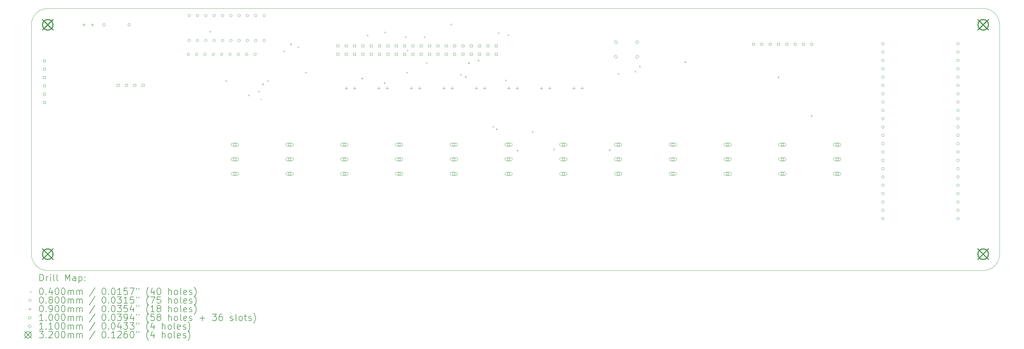
<source format=gbr>
%TF.GenerationSoftware,KiCad,Pcbnew,8.0.6*%
%TF.CreationDate,2024-11-02T14:39:28-05:00*%
%TF.ProjectId,front-panel.processor,66726f6e-742d-4706-916e-656c2e70726f,rev?*%
%TF.SameCoordinates,Original*%
%TF.FileFunction,Drillmap*%
%TF.FilePolarity,Positive*%
%FSLAX45Y45*%
G04 Gerber Fmt 4.5, Leading zero omitted, Abs format (unit mm)*
G04 Created by KiCad (PCBNEW 8.0.6) date 2024-11-02 14:39:28*
%MOMM*%
%LPD*%
G01*
G04 APERTURE LIST*
%ADD10C,0.050000*%
%ADD11C,0.200000*%
%ADD12C,0.100000*%
%ADD13C,0.110000*%
%ADD14C,0.320000*%
G04 APERTURE END LIST*
D10*
X4000000Y-23000000D02*
X32500000Y-23000000D01*
X3500000Y-15500000D02*
X3500000Y-22500000D01*
X32500000Y-15000000D02*
X4000000Y-15000000D01*
X33000000Y-22500000D02*
X33000000Y-15500000D01*
X32500000Y-15000000D02*
G75*
G02*
X33000000Y-15500000I0J-500000D01*
G01*
X4000000Y-23000000D02*
G75*
G02*
X3500000Y-22500000I0J500000D01*
G01*
X3500000Y-15500000D02*
G75*
G02*
X4000000Y-15000000I500000J0D01*
G01*
X33000000Y-22500000D02*
G75*
G02*
X32500000Y-23000000I-500000J0D01*
G01*
D11*
D12*
X8929780Y-15682710D02*
X8969780Y-15722710D01*
X8969780Y-15682710D02*
X8929780Y-15722710D01*
X9411540Y-17190660D02*
X9451540Y-17230660D01*
X9451540Y-17190660D02*
X9411540Y-17230660D01*
X10107690Y-17632820D02*
X10147690Y-17672820D01*
X10147690Y-17632820D02*
X10107690Y-17672820D01*
X10411390Y-17512890D02*
X10451390Y-17552890D01*
X10451390Y-17512890D02*
X10411390Y-17552890D01*
X10482070Y-17753190D02*
X10522070Y-17793190D01*
X10522070Y-17753190D02*
X10482070Y-17793190D01*
X10534960Y-17290190D02*
X10574960Y-17330190D01*
X10574960Y-17290190D02*
X10534960Y-17330190D01*
X10680920Y-17190040D02*
X10720920Y-17230040D01*
X10720920Y-17190040D02*
X10680920Y-17230040D01*
X11184580Y-16281980D02*
X11224580Y-16321980D01*
X11224580Y-16281980D02*
X11184580Y-16321980D01*
X11389630Y-16073210D02*
X11429630Y-16113210D01*
X11429630Y-16073210D02*
X11389630Y-16113210D01*
X11612900Y-16155080D02*
X11652900Y-16195080D01*
X11652900Y-16155080D02*
X11612900Y-16195080D01*
X11841630Y-16939040D02*
X11881630Y-16979040D01*
X11881630Y-16939040D02*
X11841630Y-16979040D01*
X13555490Y-17116970D02*
X13595490Y-17156970D01*
X13595490Y-17116970D02*
X13555490Y-17156970D01*
X13723710Y-15804780D02*
X13763710Y-15844780D01*
X13763710Y-15804780D02*
X13723710Y-15844780D01*
X14243300Y-17256190D02*
X14283300Y-17296190D01*
X14283300Y-17256190D02*
X14243300Y-17296190D01*
X14254590Y-15711370D02*
X14294590Y-15751370D01*
X14294590Y-15711370D02*
X14254590Y-15751370D01*
X14881820Y-15853510D02*
X14921820Y-15893510D01*
X14921820Y-15853510D02*
X14881820Y-15893510D01*
X14926280Y-16938240D02*
X14966280Y-16978240D01*
X14966280Y-16938240D02*
X14926280Y-16978240D01*
X14943040Y-16257230D02*
X14983040Y-16297230D01*
X14983040Y-16257230D02*
X14943040Y-16297230D01*
X15456580Y-15854630D02*
X15496580Y-15894630D01*
X15496580Y-15854630D02*
X15456580Y-15894630D01*
X15525970Y-16640360D02*
X15565970Y-16680360D01*
X15565970Y-16640360D02*
X15525970Y-16680360D01*
X16268840Y-15463260D02*
X16308840Y-15503260D01*
X16308840Y-15463260D02*
X16268840Y-15503260D01*
X16565140Y-16995540D02*
X16605140Y-17035540D01*
X16605140Y-16995540D02*
X16565140Y-17035540D01*
X16710630Y-17068210D02*
X16750630Y-17108210D01*
X16750630Y-17068210D02*
X16710630Y-17108210D01*
X16806920Y-16651070D02*
X16846920Y-16691070D01*
X16846920Y-16651070D02*
X16806920Y-16691070D01*
X17100700Y-16568180D02*
X17140700Y-16608180D01*
X17140700Y-16568180D02*
X17100700Y-16608180D01*
X17557800Y-18586690D02*
X17597800Y-18626690D01*
X17597800Y-18586690D02*
X17557800Y-18626690D01*
X17654040Y-18666890D02*
X17694040Y-18706890D01*
X17694040Y-18666890D02*
X17654040Y-18706890D01*
X17720260Y-15727380D02*
X17760260Y-15767380D01*
X17760260Y-15727380D02*
X17720260Y-15767380D01*
X17937670Y-17172650D02*
X17977670Y-17212650D01*
X17977670Y-17172650D02*
X17937670Y-17212650D01*
X18013680Y-15793480D02*
X18053680Y-15833480D01*
X18053680Y-15793480D02*
X18013680Y-15833480D01*
X18289920Y-19313530D02*
X18329920Y-19353530D01*
X18329920Y-19313530D02*
X18289920Y-19353530D01*
X18751470Y-18746040D02*
X18791470Y-18786040D01*
X18791470Y-18746040D02*
X18751470Y-18786040D01*
X19403180Y-19279990D02*
X19443180Y-19319990D01*
X19443180Y-19279990D02*
X19403180Y-19319990D01*
X21099740Y-19299850D02*
X21139740Y-19339850D01*
X21139740Y-19299850D02*
X21099740Y-19339850D01*
X21369320Y-16969380D02*
X21409320Y-17009380D01*
X21409320Y-16969380D02*
X21369320Y-17009380D01*
X21886450Y-16904890D02*
X21926450Y-16944890D01*
X21926450Y-16904890D02*
X21886450Y-16944890D01*
X22019780Y-16748710D02*
X22059780Y-16788710D01*
X22059780Y-16748710D02*
X22019780Y-16788710D01*
X23401100Y-16620030D02*
X23441100Y-16660030D01*
X23441100Y-16620030D02*
X23401100Y-16660030D01*
X26239320Y-17079890D02*
X26279320Y-17119890D01*
X26279320Y-17079890D02*
X26239320Y-17119890D01*
X27250790Y-18261090D02*
X27290790Y-18301090D01*
X27290790Y-18261090D02*
X27250790Y-18301090D01*
X5759000Y-15500000D02*
G75*
G02*
X5679000Y-15500000I-40000J0D01*
G01*
X5679000Y-15500000D02*
G75*
G02*
X5759000Y-15500000I40000J0D01*
G01*
X6521000Y-15500000D02*
G75*
G02*
X6441000Y-15500000I-40000J0D01*
G01*
X6441000Y-15500000D02*
G75*
G02*
X6521000Y-15500000I40000J0D01*
G01*
X8322500Y-16400000D02*
G75*
G02*
X8242500Y-16400000I-40000J0D01*
G01*
X8242500Y-16400000D02*
G75*
G02*
X8322500Y-16400000I40000J0D01*
G01*
X8347500Y-15218000D02*
G75*
G02*
X8267500Y-15218000I-40000J0D01*
G01*
X8267500Y-15218000D02*
G75*
G02*
X8347500Y-15218000I40000J0D01*
G01*
X8347500Y-15980000D02*
G75*
G02*
X8267500Y-15980000I-40000J0D01*
G01*
X8267500Y-15980000D02*
G75*
G02*
X8347500Y-15980000I40000J0D01*
G01*
X8576500Y-16400000D02*
G75*
G02*
X8496500Y-16400000I-40000J0D01*
G01*
X8496500Y-16400000D02*
G75*
G02*
X8576500Y-16400000I40000J0D01*
G01*
X8601500Y-15218000D02*
G75*
G02*
X8521500Y-15218000I-40000J0D01*
G01*
X8521500Y-15218000D02*
G75*
G02*
X8601500Y-15218000I40000J0D01*
G01*
X8601500Y-15980000D02*
G75*
G02*
X8521500Y-15980000I-40000J0D01*
G01*
X8521500Y-15980000D02*
G75*
G02*
X8601500Y-15980000I40000J0D01*
G01*
X8830500Y-16400000D02*
G75*
G02*
X8750500Y-16400000I-40000J0D01*
G01*
X8750500Y-16400000D02*
G75*
G02*
X8830500Y-16400000I40000J0D01*
G01*
X8855500Y-15218000D02*
G75*
G02*
X8775500Y-15218000I-40000J0D01*
G01*
X8775500Y-15218000D02*
G75*
G02*
X8855500Y-15218000I40000J0D01*
G01*
X8855500Y-15980000D02*
G75*
G02*
X8775500Y-15980000I-40000J0D01*
G01*
X8775500Y-15980000D02*
G75*
G02*
X8855500Y-15980000I40000J0D01*
G01*
X9084500Y-16400000D02*
G75*
G02*
X9004500Y-16400000I-40000J0D01*
G01*
X9004500Y-16400000D02*
G75*
G02*
X9084500Y-16400000I40000J0D01*
G01*
X9109500Y-15218000D02*
G75*
G02*
X9029500Y-15218000I-40000J0D01*
G01*
X9029500Y-15218000D02*
G75*
G02*
X9109500Y-15218000I40000J0D01*
G01*
X9109500Y-15980000D02*
G75*
G02*
X9029500Y-15980000I-40000J0D01*
G01*
X9029500Y-15980000D02*
G75*
G02*
X9109500Y-15980000I40000J0D01*
G01*
X9338500Y-16400000D02*
G75*
G02*
X9258500Y-16400000I-40000J0D01*
G01*
X9258500Y-16400000D02*
G75*
G02*
X9338500Y-16400000I40000J0D01*
G01*
X9363500Y-15218000D02*
G75*
G02*
X9283500Y-15218000I-40000J0D01*
G01*
X9283500Y-15218000D02*
G75*
G02*
X9363500Y-15218000I40000J0D01*
G01*
X9363500Y-15980000D02*
G75*
G02*
X9283500Y-15980000I-40000J0D01*
G01*
X9283500Y-15980000D02*
G75*
G02*
X9363500Y-15980000I40000J0D01*
G01*
X9592500Y-16400000D02*
G75*
G02*
X9512500Y-16400000I-40000J0D01*
G01*
X9512500Y-16400000D02*
G75*
G02*
X9592500Y-16400000I40000J0D01*
G01*
X9617500Y-15218000D02*
G75*
G02*
X9537500Y-15218000I-40000J0D01*
G01*
X9537500Y-15218000D02*
G75*
G02*
X9617500Y-15218000I40000J0D01*
G01*
X9617500Y-15980000D02*
G75*
G02*
X9537500Y-15980000I-40000J0D01*
G01*
X9537500Y-15980000D02*
G75*
G02*
X9617500Y-15980000I40000J0D01*
G01*
X9846500Y-16400000D02*
G75*
G02*
X9766500Y-16400000I-40000J0D01*
G01*
X9766500Y-16400000D02*
G75*
G02*
X9846500Y-16400000I40000J0D01*
G01*
X9871500Y-15218000D02*
G75*
G02*
X9791500Y-15218000I-40000J0D01*
G01*
X9791500Y-15218000D02*
G75*
G02*
X9871500Y-15218000I40000J0D01*
G01*
X9871500Y-15980000D02*
G75*
G02*
X9791500Y-15980000I-40000J0D01*
G01*
X9791500Y-15980000D02*
G75*
G02*
X9871500Y-15980000I40000J0D01*
G01*
X10100500Y-16400000D02*
G75*
G02*
X10020500Y-16400000I-40000J0D01*
G01*
X10020500Y-16400000D02*
G75*
G02*
X10100500Y-16400000I40000J0D01*
G01*
X10125500Y-15218000D02*
G75*
G02*
X10045500Y-15218000I-40000J0D01*
G01*
X10045500Y-15218000D02*
G75*
G02*
X10125500Y-15218000I40000J0D01*
G01*
X10125500Y-15980000D02*
G75*
G02*
X10045500Y-15980000I-40000J0D01*
G01*
X10045500Y-15980000D02*
G75*
G02*
X10125500Y-15980000I40000J0D01*
G01*
X10354500Y-16400000D02*
G75*
G02*
X10274500Y-16400000I-40000J0D01*
G01*
X10274500Y-16400000D02*
G75*
G02*
X10354500Y-16400000I40000J0D01*
G01*
X10379500Y-15218000D02*
G75*
G02*
X10299500Y-15218000I-40000J0D01*
G01*
X10299500Y-15218000D02*
G75*
G02*
X10379500Y-15218000I40000J0D01*
G01*
X10379500Y-15980000D02*
G75*
G02*
X10299500Y-15980000I-40000J0D01*
G01*
X10299500Y-15980000D02*
G75*
G02*
X10379500Y-15980000I40000J0D01*
G01*
X10633500Y-15218000D02*
G75*
G02*
X10553500Y-15218000I-40000J0D01*
G01*
X10553500Y-15218000D02*
G75*
G02*
X10633500Y-15218000I40000J0D01*
G01*
X10633500Y-15980000D02*
G75*
G02*
X10553500Y-15980000I-40000J0D01*
G01*
X10553500Y-15980000D02*
G75*
G02*
X10633500Y-15980000I40000J0D01*
G01*
X29485730Y-16078770D02*
G75*
G02*
X29405730Y-16078770I-40000J0D01*
G01*
X29405730Y-16078770D02*
G75*
G02*
X29485730Y-16078770I40000J0D01*
G01*
X29485730Y-16332770D02*
G75*
G02*
X29405730Y-16332770I-40000J0D01*
G01*
X29405730Y-16332770D02*
G75*
G02*
X29485730Y-16332770I40000J0D01*
G01*
X29485730Y-16586770D02*
G75*
G02*
X29405730Y-16586770I-40000J0D01*
G01*
X29405730Y-16586770D02*
G75*
G02*
X29485730Y-16586770I40000J0D01*
G01*
X29485730Y-16840770D02*
G75*
G02*
X29405730Y-16840770I-40000J0D01*
G01*
X29405730Y-16840770D02*
G75*
G02*
X29485730Y-16840770I40000J0D01*
G01*
X29485730Y-17094770D02*
G75*
G02*
X29405730Y-17094770I-40000J0D01*
G01*
X29405730Y-17094770D02*
G75*
G02*
X29485730Y-17094770I40000J0D01*
G01*
X29485730Y-17348770D02*
G75*
G02*
X29405730Y-17348770I-40000J0D01*
G01*
X29405730Y-17348770D02*
G75*
G02*
X29485730Y-17348770I40000J0D01*
G01*
X29485730Y-17602770D02*
G75*
G02*
X29405730Y-17602770I-40000J0D01*
G01*
X29405730Y-17602770D02*
G75*
G02*
X29485730Y-17602770I40000J0D01*
G01*
X29485730Y-17856770D02*
G75*
G02*
X29405730Y-17856770I-40000J0D01*
G01*
X29405730Y-17856770D02*
G75*
G02*
X29485730Y-17856770I40000J0D01*
G01*
X29485730Y-18110770D02*
G75*
G02*
X29405730Y-18110770I-40000J0D01*
G01*
X29405730Y-18110770D02*
G75*
G02*
X29485730Y-18110770I40000J0D01*
G01*
X29485730Y-18364770D02*
G75*
G02*
X29405730Y-18364770I-40000J0D01*
G01*
X29405730Y-18364770D02*
G75*
G02*
X29485730Y-18364770I40000J0D01*
G01*
X29485730Y-18618770D02*
G75*
G02*
X29405730Y-18618770I-40000J0D01*
G01*
X29405730Y-18618770D02*
G75*
G02*
X29485730Y-18618770I40000J0D01*
G01*
X29485730Y-18872770D02*
G75*
G02*
X29405730Y-18872770I-40000J0D01*
G01*
X29405730Y-18872770D02*
G75*
G02*
X29485730Y-18872770I40000J0D01*
G01*
X29485730Y-19126770D02*
G75*
G02*
X29405730Y-19126770I-40000J0D01*
G01*
X29405730Y-19126770D02*
G75*
G02*
X29485730Y-19126770I40000J0D01*
G01*
X29485730Y-19380770D02*
G75*
G02*
X29405730Y-19380770I-40000J0D01*
G01*
X29405730Y-19380770D02*
G75*
G02*
X29485730Y-19380770I40000J0D01*
G01*
X29485730Y-19634770D02*
G75*
G02*
X29405730Y-19634770I-40000J0D01*
G01*
X29405730Y-19634770D02*
G75*
G02*
X29485730Y-19634770I40000J0D01*
G01*
X29485730Y-19888770D02*
G75*
G02*
X29405730Y-19888770I-40000J0D01*
G01*
X29405730Y-19888770D02*
G75*
G02*
X29485730Y-19888770I40000J0D01*
G01*
X29485730Y-20142770D02*
G75*
G02*
X29405730Y-20142770I-40000J0D01*
G01*
X29405730Y-20142770D02*
G75*
G02*
X29485730Y-20142770I40000J0D01*
G01*
X29485730Y-20396770D02*
G75*
G02*
X29405730Y-20396770I-40000J0D01*
G01*
X29405730Y-20396770D02*
G75*
G02*
X29485730Y-20396770I40000J0D01*
G01*
X29485730Y-20650770D02*
G75*
G02*
X29405730Y-20650770I-40000J0D01*
G01*
X29405730Y-20650770D02*
G75*
G02*
X29485730Y-20650770I40000J0D01*
G01*
X29485730Y-20904770D02*
G75*
G02*
X29405730Y-20904770I-40000J0D01*
G01*
X29405730Y-20904770D02*
G75*
G02*
X29485730Y-20904770I40000J0D01*
G01*
X29485730Y-21158770D02*
G75*
G02*
X29405730Y-21158770I-40000J0D01*
G01*
X29405730Y-21158770D02*
G75*
G02*
X29485730Y-21158770I40000J0D01*
G01*
X29485730Y-21412770D02*
G75*
G02*
X29405730Y-21412770I-40000J0D01*
G01*
X29405730Y-21412770D02*
G75*
G02*
X29485730Y-21412770I40000J0D01*
G01*
X31771730Y-16078770D02*
G75*
G02*
X31691730Y-16078770I-40000J0D01*
G01*
X31691730Y-16078770D02*
G75*
G02*
X31771730Y-16078770I40000J0D01*
G01*
X31771730Y-16332770D02*
G75*
G02*
X31691730Y-16332770I-40000J0D01*
G01*
X31691730Y-16332770D02*
G75*
G02*
X31771730Y-16332770I40000J0D01*
G01*
X31771730Y-16586770D02*
G75*
G02*
X31691730Y-16586770I-40000J0D01*
G01*
X31691730Y-16586770D02*
G75*
G02*
X31771730Y-16586770I40000J0D01*
G01*
X31771730Y-16840770D02*
G75*
G02*
X31691730Y-16840770I-40000J0D01*
G01*
X31691730Y-16840770D02*
G75*
G02*
X31771730Y-16840770I40000J0D01*
G01*
X31771730Y-17094770D02*
G75*
G02*
X31691730Y-17094770I-40000J0D01*
G01*
X31691730Y-17094770D02*
G75*
G02*
X31771730Y-17094770I40000J0D01*
G01*
X31771730Y-17348770D02*
G75*
G02*
X31691730Y-17348770I-40000J0D01*
G01*
X31691730Y-17348770D02*
G75*
G02*
X31771730Y-17348770I40000J0D01*
G01*
X31771730Y-17602770D02*
G75*
G02*
X31691730Y-17602770I-40000J0D01*
G01*
X31691730Y-17602770D02*
G75*
G02*
X31771730Y-17602770I40000J0D01*
G01*
X31771730Y-17856770D02*
G75*
G02*
X31691730Y-17856770I-40000J0D01*
G01*
X31691730Y-17856770D02*
G75*
G02*
X31771730Y-17856770I40000J0D01*
G01*
X31771730Y-18110770D02*
G75*
G02*
X31691730Y-18110770I-40000J0D01*
G01*
X31691730Y-18110770D02*
G75*
G02*
X31771730Y-18110770I40000J0D01*
G01*
X31771730Y-18364770D02*
G75*
G02*
X31691730Y-18364770I-40000J0D01*
G01*
X31691730Y-18364770D02*
G75*
G02*
X31771730Y-18364770I40000J0D01*
G01*
X31771730Y-18618770D02*
G75*
G02*
X31691730Y-18618770I-40000J0D01*
G01*
X31691730Y-18618770D02*
G75*
G02*
X31771730Y-18618770I40000J0D01*
G01*
X31771730Y-18872770D02*
G75*
G02*
X31691730Y-18872770I-40000J0D01*
G01*
X31691730Y-18872770D02*
G75*
G02*
X31771730Y-18872770I40000J0D01*
G01*
X31771730Y-19126770D02*
G75*
G02*
X31691730Y-19126770I-40000J0D01*
G01*
X31691730Y-19126770D02*
G75*
G02*
X31771730Y-19126770I40000J0D01*
G01*
X31771730Y-19380770D02*
G75*
G02*
X31691730Y-19380770I-40000J0D01*
G01*
X31691730Y-19380770D02*
G75*
G02*
X31771730Y-19380770I40000J0D01*
G01*
X31771730Y-19634770D02*
G75*
G02*
X31691730Y-19634770I-40000J0D01*
G01*
X31691730Y-19634770D02*
G75*
G02*
X31771730Y-19634770I40000J0D01*
G01*
X31771730Y-19888770D02*
G75*
G02*
X31691730Y-19888770I-40000J0D01*
G01*
X31691730Y-19888770D02*
G75*
G02*
X31771730Y-19888770I40000J0D01*
G01*
X31771730Y-20142770D02*
G75*
G02*
X31691730Y-20142770I-40000J0D01*
G01*
X31691730Y-20142770D02*
G75*
G02*
X31771730Y-20142770I40000J0D01*
G01*
X31771730Y-20396770D02*
G75*
G02*
X31691730Y-20396770I-40000J0D01*
G01*
X31691730Y-20396770D02*
G75*
G02*
X31771730Y-20396770I40000J0D01*
G01*
X31771730Y-20650770D02*
G75*
G02*
X31691730Y-20650770I-40000J0D01*
G01*
X31691730Y-20650770D02*
G75*
G02*
X31771730Y-20650770I40000J0D01*
G01*
X31772098Y-20904498D02*
G75*
G02*
X31692098Y-20904498I-40000J0D01*
G01*
X31692098Y-20904498D02*
G75*
G02*
X31772098Y-20904498I40000J0D01*
G01*
X31772098Y-21158498D02*
G75*
G02*
X31692098Y-21158498I-40000J0D01*
G01*
X31692098Y-21158498D02*
G75*
G02*
X31772098Y-21158498I40000J0D01*
G01*
X31772098Y-21412498D02*
G75*
G02*
X31692098Y-21412498I-40000J0D01*
G01*
X31692098Y-21412498D02*
G75*
G02*
X31772098Y-21412498I40000J0D01*
G01*
X5100000Y-15455000D02*
X5100000Y-15545000D01*
X5055000Y-15500000D02*
X5145000Y-15500000D01*
X5354000Y-15455000D02*
X5354000Y-15545000D01*
X5309000Y-15500000D02*
X5399000Y-15500000D01*
X13092550Y-17387700D02*
X13092550Y-17477700D01*
X13047550Y-17432700D02*
X13137550Y-17432700D01*
X13346550Y-17387700D02*
X13346550Y-17477700D01*
X13301550Y-17432700D02*
X13391550Y-17432700D01*
X14083140Y-17387700D02*
X14083140Y-17477700D01*
X14038140Y-17432700D02*
X14128140Y-17432700D01*
X14337140Y-17387700D02*
X14337140Y-17477700D01*
X14292140Y-17432700D02*
X14382140Y-17432700D01*
X15073730Y-17387880D02*
X15073730Y-17477880D01*
X15028730Y-17432880D02*
X15118730Y-17432880D01*
X15327730Y-17387880D02*
X15327730Y-17477880D01*
X15282730Y-17432880D02*
X15372730Y-17432880D01*
X16064310Y-17387700D02*
X16064310Y-17477700D01*
X16019310Y-17432700D02*
X16109310Y-17432700D01*
X16318310Y-17387700D02*
X16318310Y-17477700D01*
X16273310Y-17432700D02*
X16363310Y-17432700D01*
X17054900Y-17387700D02*
X17054900Y-17477700D01*
X17009900Y-17432700D02*
X17099900Y-17432700D01*
X17308900Y-17387700D02*
X17308900Y-17477700D01*
X17263900Y-17432700D02*
X17353900Y-17432700D01*
X18045490Y-17387930D02*
X18045490Y-17477930D01*
X18000490Y-17432930D02*
X18090490Y-17432930D01*
X18299490Y-17387930D02*
X18299490Y-17477930D01*
X18254490Y-17432930D02*
X18344490Y-17432930D01*
X19036080Y-17387880D02*
X19036080Y-17477880D01*
X18991080Y-17432880D02*
X19081080Y-17432880D01*
X19290080Y-17387880D02*
X19290080Y-17477880D01*
X19245080Y-17432880D02*
X19335080Y-17432880D01*
X20026660Y-17387700D02*
X20026660Y-17477700D01*
X19981660Y-17432700D02*
X20071660Y-17432700D01*
X20280660Y-17387700D02*
X20280660Y-17477700D01*
X20235660Y-17432700D02*
X20325660Y-17432700D01*
X3929056Y-16634556D02*
X3929056Y-16563844D01*
X3858344Y-16563844D01*
X3858344Y-16634556D01*
X3929056Y-16634556D01*
X3929056Y-16888556D02*
X3929056Y-16817844D01*
X3858344Y-16817844D01*
X3858344Y-16888556D01*
X3929056Y-16888556D01*
X3929056Y-17142556D02*
X3929056Y-17071844D01*
X3858344Y-17071844D01*
X3858344Y-17142556D01*
X3929056Y-17142556D01*
X3929056Y-17396556D02*
X3929056Y-17325844D01*
X3858344Y-17325844D01*
X3858344Y-17396556D01*
X3929056Y-17396556D01*
X3929056Y-17650556D02*
X3929056Y-17579844D01*
X3858344Y-17579844D01*
X3858344Y-17650556D01*
X3929056Y-17650556D01*
X3929056Y-17904556D02*
X3929056Y-17833844D01*
X3858344Y-17833844D01*
X3858344Y-17904556D01*
X3929056Y-17904556D01*
X6173356Y-17375356D02*
X6173356Y-17304644D01*
X6102644Y-17304644D01*
X6102644Y-17375356D01*
X6173356Y-17375356D01*
X6427356Y-17375356D02*
X6427356Y-17304644D01*
X6356644Y-17304644D01*
X6356644Y-17375356D01*
X6427356Y-17375356D01*
X6681356Y-17375356D02*
X6681356Y-17304644D01*
X6610644Y-17304644D01*
X6610644Y-17375356D01*
X6681356Y-17375356D01*
X6935356Y-17375356D02*
X6935356Y-17304644D01*
X6864644Y-17304644D01*
X6864644Y-17375356D01*
X6935356Y-17375356D01*
X9735356Y-19190356D02*
X9735356Y-19119644D01*
X9664644Y-19119644D01*
X9664644Y-19190356D01*
X9735356Y-19190356D01*
X9765000Y-19105000D02*
X9635000Y-19105000D01*
X9635000Y-19205000D02*
G75*
G02*
X9635000Y-19105000I0J50000D01*
G01*
X9635000Y-19205000D02*
X9765000Y-19205000D01*
X9765000Y-19205000D02*
G75*
G03*
X9765000Y-19105000I0J50000D01*
G01*
X9735356Y-19635356D02*
X9735356Y-19564644D01*
X9664644Y-19564644D01*
X9664644Y-19635356D01*
X9735356Y-19635356D01*
X9765000Y-19550000D02*
X9635000Y-19550000D01*
X9635000Y-19650000D02*
G75*
G02*
X9635000Y-19550000I0J50000D01*
G01*
X9635000Y-19650000D02*
X9765000Y-19650000D01*
X9765000Y-19650000D02*
G75*
G03*
X9765000Y-19550000I0J50000D01*
G01*
X9735356Y-20080356D02*
X9735356Y-20009644D01*
X9664644Y-20009644D01*
X9664644Y-20080356D01*
X9735356Y-20080356D01*
X9765000Y-19995000D02*
X9635000Y-19995000D01*
X9635000Y-20095000D02*
G75*
G02*
X9635000Y-19995000I0J50000D01*
G01*
X9635000Y-20095000D02*
X9765000Y-20095000D01*
X9765000Y-20095000D02*
G75*
G03*
X9765000Y-19995000I0J50000D01*
G01*
X11403456Y-19190356D02*
X11403456Y-19119644D01*
X11332744Y-19119644D01*
X11332744Y-19190356D01*
X11403456Y-19190356D01*
X11433100Y-19105000D02*
X11303100Y-19105000D01*
X11303100Y-19205000D02*
G75*
G02*
X11303100Y-19105000I0J50000D01*
G01*
X11303100Y-19205000D02*
X11433100Y-19205000D01*
X11433100Y-19205000D02*
G75*
G03*
X11433100Y-19105000I0J50000D01*
G01*
X11403456Y-19635356D02*
X11403456Y-19564644D01*
X11332744Y-19564644D01*
X11332744Y-19635356D01*
X11403456Y-19635356D01*
X11433100Y-19550000D02*
X11303100Y-19550000D01*
X11303100Y-19650000D02*
G75*
G02*
X11303100Y-19550000I0J50000D01*
G01*
X11303100Y-19650000D02*
X11433100Y-19650000D01*
X11433100Y-19650000D02*
G75*
G03*
X11433100Y-19550000I0J50000D01*
G01*
X11403456Y-20080356D02*
X11403456Y-20009644D01*
X11332744Y-20009644D01*
X11332744Y-20080356D01*
X11403456Y-20080356D01*
X11433100Y-19995000D02*
X11303100Y-19995000D01*
X11303100Y-20095000D02*
G75*
G02*
X11303100Y-19995000I0J50000D01*
G01*
X11303100Y-20095000D02*
X11433100Y-20095000D01*
X11433100Y-20095000D02*
G75*
G03*
X11433100Y-19995000I0J50000D01*
G01*
X12872356Y-16176106D02*
X12872356Y-16105394D01*
X12801644Y-16105394D01*
X12801644Y-16176106D01*
X12872356Y-16176106D01*
X12872356Y-16430106D02*
X12872356Y-16359394D01*
X12801644Y-16359394D01*
X12801644Y-16430106D01*
X12872356Y-16430106D01*
X13071556Y-19190356D02*
X13071556Y-19119644D01*
X13000844Y-19119644D01*
X13000844Y-19190356D01*
X13071556Y-19190356D01*
X13101200Y-19105000D02*
X12971200Y-19105000D01*
X12971200Y-19205000D02*
G75*
G02*
X12971200Y-19105000I0J50000D01*
G01*
X12971200Y-19205000D02*
X13101200Y-19205000D01*
X13101200Y-19205000D02*
G75*
G03*
X13101200Y-19105000I0J50000D01*
G01*
X13071556Y-19635356D02*
X13071556Y-19564644D01*
X13000844Y-19564644D01*
X13000844Y-19635356D01*
X13071556Y-19635356D01*
X13101200Y-19550000D02*
X12971200Y-19550000D01*
X12971200Y-19650000D02*
G75*
G02*
X12971200Y-19550000I0J50000D01*
G01*
X12971200Y-19650000D02*
X13101200Y-19650000D01*
X13101200Y-19650000D02*
G75*
G03*
X13101200Y-19550000I0J50000D01*
G01*
X13071556Y-20080356D02*
X13071556Y-20009644D01*
X13000844Y-20009644D01*
X13000844Y-20080356D01*
X13071556Y-20080356D01*
X13101200Y-19995000D02*
X12971200Y-19995000D01*
X12971200Y-20095000D02*
G75*
G02*
X12971200Y-19995000I0J50000D01*
G01*
X12971200Y-20095000D02*
X13101200Y-20095000D01*
X13101200Y-20095000D02*
G75*
G03*
X13101200Y-19995000I0J50000D01*
G01*
X13126356Y-16176106D02*
X13126356Y-16105394D01*
X13055644Y-16105394D01*
X13055644Y-16176106D01*
X13126356Y-16176106D01*
X13126356Y-16430106D02*
X13126356Y-16359394D01*
X13055644Y-16359394D01*
X13055644Y-16430106D01*
X13126356Y-16430106D01*
X13380356Y-16176106D02*
X13380356Y-16105394D01*
X13309644Y-16105394D01*
X13309644Y-16176106D01*
X13380356Y-16176106D01*
X13380356Y-16430106D02*
X13380356Y-16359394D01*
X13309644Y-16359394D01*
X13309644Y-16430106D01*
X13380356Y-16430106D01*
X13634356Y-16176106D02*
X13634356Y-16105394D01*
X13563644Y-16105394D01*
X13563644Y-16176106D01*
X13634356Y-16176106D01*
X13634356Y-16430106D02*
X13634356Y-16359394D01*
X13563644Y-16359394D01*
X13563644Y-16430106D01*
X13634356Y-16430106D01*
X13888356Y-16176106D02*
X13888356Y-16105394D01*
X13817644Y-16105394D01*
X13817644Y-16176106D01*
X13888356Y-16176106D01*
X13888356Y-16430106D02*
X13888356Y-16359394D01*
X13817644Y-16359394D01*
X13817644Y-16430106D01*
X13888356Y-16430106D01*
X14142356Y-16176106D02*
X14142356Y-16105394D01*
X14071644Y-16105394D01*
X14071644Y-16176106D01*
X14142356Y-16176106D01*
X14142356Y-16430106D02*
X14142356Y-16359394D01*
X14071644Y-16359394D01*
X14071644Y-16430106D01*
X14142356Y-16430106D01*
X14396356Y-16176106D02*
X14396356Y-16105394D01*
X14325644Y-16105394D01*
X14325644Y-16176106D01*
X14396356Y-16176106D01*
X14396356Y-16430106D02*
X14396356Y-16359394D01*
X14325644Y-16359394D01*
X14325644Y-16430106D01*
X14396356Y-16430106D01*
X14650356Y-16176106D02*
X14650356Y-16105394D01*
X14579644Y-16105394D01*
X14579644Y-16176106D01*
X14650356Y-16176106D01*
X14650356Y-16430106D02*
X14650356Y-16359394D01*
X14579644Y-16359394D01*
X14579644Y-16430106D01*
X14650356Y-16430106D01*
X14739656Y-19190356D02*
X14739656Y-19119644D01*
X14668944Y-19119644D01*
X14668944Y-19190356D01*
X14739656Y-19190356D01*
X14769300Y-19105000D02*
X14639300Y-19105000D01*
X14639300Y-19205000D02*
G75*
G02*
X14639300Y-19105000I0J50000D01*
G01*
X14639300Y-19205000D02*
X14769300Y-19205000D01*
X14769300Y-19205000D02*
G75*
G03*
X14769300Y-19105000I0J50000D01*
G01*
X14739656Y-19635356D02*
X14739656Y-19564644D01*
X14668944Y-19564644D01*
X14668944Y-19635356D01*
X14739656Y-19635356D01*
X14769300Y-19550000D02*
X14639300Y-19550000D01*
X14639300Y-19650000D02*
G75*
G02*
X14639300Y-19550000I0J50000D01*
G01*
X14639300Y-19650000D02*
X14769300Y-19650000D01*
X14769300Y-19650000D02*
G75*
G03*
X14769300Y-19550000I0J50000D01*
G01*
X14739656Y-20080356D02*
X14739656Y-20009644D01*
X14668944Y-20009644D01*
X14668944Y-20080356D01*
X14739656Y-20080356D01*
X14769300Y-19995000D02*
X14639300Y-19995000D01*
X14639300Y-20095000D02*
G75*
G02*
X14639300Y-19995000I0J50000D01*
G01*
X14639300Y-20095000D02*
X14769300Y-20095000D01*
X14769300Y-20095000D02*
G75*
G03*
X14769300Y-19995000I0J50000D01*
G01*
X14904356Y-16176106D02*
X14904356Y-16105394D01*
X14833644Y-16105394D01*
X14833644Y-16176106D01*
X14904356Y-16176106D01*
X14904356Y-16430106D02*
X14904356Y-16359394D01*
X14833644Y-16359394D01*
X14833644Y-16430106D01*
X14904356Y-16430106D01*
X15158356Y-16176106D02*
X15158356Y-16105394D01*
X15087644Y-16105394D01*
X15087644Y-16176106D01*
X15158356Y-16176106D01*
X15158356Y-16430106D02*
X15158356Y-16359394D01*
X15087644Y-16359394D01*
X15087644Y-16430106D01*
X15158356Y-16430106D01*
X15412356Y-16176106D02*
X15412356Y-16105394D01*
X15341644Y-16105394D01*
X15341644Y-16176106D01*
X15412356Y-16176106D01*
X15412356Y-16430106D02*
X15412356Y-16359394D01*
X15341644Y-16359394D01*
X15341644Y-16430106D01*
X15412356Y-16430106D01*
X15666356Y-16176106D02*
X15666356Y-16105394D01*
X15595644Y-16105394D01*
X15595644Y-16176106D01*
X15666356Y-16176106D01*
X15666356Y-16430106D02*
X15666356Y-16359394D01*
X15595644Y-16359394D01*
X15595644Y-16430106D01*
X15666356Y-16430106D01*
X15920356Y-16176106D02*
X15920356Y-16105394D01*
X15849644Y-16105394D01*
X15849644Y-16176106D01*
X15920356Y-16176106D01*
X15920356Y-16430106D02*
X15920356Y-16359394D01*
X15849644Y-16359394D01*
X15849644Y-16430106D01*
X15920356Y-16430106D01*
X16174356Y-16176106D02*
X16174356Y-16105394D01*
X16103644Y-16105394D01*
X16103644Y-16176106D01*
X16174356Y-16176106D01*
X16174356Y-16430106D02*
X16174356Y-16359394D01*
X16103644Y-16359394D01*
X16103644Y-16430106D01*
X16174356Y-16430106D01*
X16407756Y-19190356D02*
X16407756Y-19119644D01*
X16337044Y-19119644D01*
X16337044Y-19190356D01*
X16407756Y-19190356D01*
X16437400Y-19105000D02*
X16307400Y-19105000D01*
X16307400Y-19205000D02*
G75*
G02*
X16307400Y-19105000I0J50000D01*
G01*
X16307400Y-19205000D02*
X16437400Y-19205000D01*
X16437400Y-19205000D02*
G75*
G03*
X16437400Y-19105000I0J50000D01*
G01*
X16407756Y-19635356D02*
X16407756Y-19564644D01*
X16337044Y-19564644D01*
X16337044Y-19635356D01*
X16407756Y-19635356D01*
X16437400Y-19550000D02*
X16307400Y-19550000D01*
X16307400Y-19650000D02*
G75*
G02*
X16307400Y-19550000I0J50000D01*
G01*
X16307400Y-19650000D02*
X16437400Y-19650000D01*
X16437400Y-19650000D02*
G75*
G03*
X16437400Y-19550000I0J50000D01*
G01*
X16407756Y-20080356D02*
X16407756Y-20009644D01*
X16337044Y-20009644D01*
X16337044Y-20080356D01*
X16407756Y-20080356D01*
X16437400Y-19995000D02*
X16307400Y-19995000D01*
X16307400Y-20095000D02*
G75*
G02*
X16307400Y-19995000I0J50000D01*
G01*
X16307400Y-20095000D02*
X16437400Y-20095000D01*
X16437400Y-20095000D02*
G75*
G03*
X16437400Y-19995000I0J50000D01*
G01*
X16428356Y-16176106D02*
X16428356Y-16105394D01*
X16357644Y-16105394D01*
X16357644Y-16176106D01*
X16428356Y-16176106D01*
X16428356Y-16430106D02*
X16428356Y-16359394D01*
X16357644Y-16359394D01*
X16357644Y-16430106D01*
X16428356Y-16430106D01*
X16682356Y-16176106D02*
X16682356Y-16105394D01*
X16611644Y-16105394D01*
X16611644Y-16176106D01*
X16682356Y-16176106D01*
X16682356Y-16430106D02*
X16682356Y-16359394D01*
X16611644Y-16359394D01*
X16611644Y-16430106D01*
X16682356Y-16430106D01*
X16936356Y-16176106D02*
X16936356Y-16105394D01*
X16865644Y-16105394D01*
X16865644Y-16176106D01*
X16936356Y-16176106D01*
X16936356Y-16430106D02*
X16936356Y-16359394D01*
X16865644Y-16359394D01*
X16865644Y-16430106D01*
X16936356Y-16430106D01*
X17190356Y-16176106D02*
X17190356Y-16105394D01*
X17119644Y-16105394D01*
X17119644Y-16176106D01*
X17190356Y-16176106D01*
X17190356Y-16430106D02*
X17190356Y-16359394D01*
X17119644Y-16359394D01*
X17119644Y-16430106D01*
X17190356Y-16430106D01*
X17444356Y-16176106D02*
X17444356Y-16105394D01*
X17373644Y-16105394D01*
X17373644Y-16176106D01*
X17444356Y-16176106D01*
X17444356Y-16430106D02*
X17444356Y-16359394D01*
X17373644Y-16359394D01*
X17373644Y-16430106D01*
X17444356Y-16430106D01*
X17698356Y-16176106D02*
X17698356Y-16105394D01*
X17627644Y-16105394D01*
X17627644Y-16176106D01*
X17698356Y-16176106D01*
X17698356Y-16430106D02*
X17698356Y-16359394D01*
X17627644Y-16359394D01*
X17627644Y-16430106D01*
X17698356Y-16430106D01*
X18075856Y-19190356D02*
X18075856Y-19119644D01*
X18005144Y-19119644D01*
X18005144Y-19190356D01*
X18075856Y-19190356D01*
X18105500Y-19105000D02*
X17975500Y-19105000D01*
X17975500Y-19205000D02*
G75*
G02*
X17975500Y-19105000I0J50000D01*
G01*
X17975500Y-19205000D02*
X18105500Y-19205000D01*
X18105500Y-19205000D02*
G75*
G03*
X18105500Y-19105000I0J50000D01*
G01*
X18075856Y-19635356D02*
X18075856Y-19564644D01*
X18005144Y-19564644D01*
X18005144Y-19635356D01*
X18075856Y-19635356D01*
X18105500Y-19550000D02*
X17975500Y-19550000D01*
X17975500Y-19650000D02*
G75*
G02*
X17975500Y-19550000I0J50000D01*
G01*
X17975500Y-19650000D02*
X18105500Y-19650000D01*
X18105500Y-19650000D02*
G75*
G03*
X18105500Y-19550000I0J50000D01*
G01*
X18075856Y-20080356D02*
X18075856Y-20009644D01*
X18005144Y-20009644D01*
X18005144Y-20080356D01*
X18075856Y-20080356D01*
X18105500Y-19995000D02*
X17975500Y-19995000D01*
X17975500Y-20095000D02*
G75*
G02*
X17975500Y-19995000I0J50000D01*
G01*
X17975500Y-20095000D02*
X18105500Y-20095000D01*
X18105500Y-20095000D02*
G75*
G03*
X18105500Y-19995000I0J50000D01*
G01*
X19743956Y-19190356D02*
X19743956Y-19119644D01*
X19673244Y-19119644D01*
X19673244Y-19190356D01*
X19743956Y-19190356D01*
X19773600Y-19105000D02*
X19643600Y-19105000D01*
X19643600Y-19205000D02*
G75*
G02*
X19643600Y-19105000I0J50000D01*
G01*
X19643600Y-19205000D02*
X19773600Y-19205000D01*
X19773600Y-19205000D02*
G75*
G03*
X19773600Y-19105000I0J50000D01*
G01*
X19743956Y-19635356D02*
X19743956Y-19564644D01*
X19673244Y-19564644D01*
X19673244Y-19635356D01*
X19743956Y-19635356D01*
X19773600Y-19550000D02*
X19643600Y-19550000D01*
X19643600Y-19650000D02*
G75*
G02*
X19643600Y-19550000I0J50000D01*
G01*
X19643600Y-19650000D02*
X19773600Y-19650000D01*
X19773600Y-19650000D02*
G75*
G03*
X19773600Y-19550000I0J50000D01*
G01*
X19743956Y-20080356D02*
X19743956Y-20009644D01*
X19673244Y-20009644D01*
X19673244Y-20080356D01*
X19743956Y-20080356D01*
X19773600Y-19995000D02*
X19643600Y-19995000D01*
X19643600Y-20095000D02*
G75*
G02*
X19643600Y-19995000I0J50000D01*
G01*
X19643600Y-20095000D02*
X19773600Y-20095000D01*
X19773600Y-20095000D02*
G75*
G03*
X19773600Y-19995000I0J50000D01*
G01*
X21412056Y-19190356D02*
X21412056Y-19119644D01*
X21341344Y-19119644D01*
X21341344Y-19190356D01*
X21412056Y-19190356D01*
X21441700Y-19105000D02*
X21311700Y-19105000D01*
X21311700Y-19205000D02*
G75*
G02*
X21311700Y-19105000I0J50000D01*
G01*
X21311700Y-19205000D02*
X21441700Y-19205000D01*
X21441700Y-19205000D02*
G75*
G03*
X21441700Y-19105000I0J50000D01*
G01*
X21412056Y-19635356D02*
X21412056Y-19564644D01*
X21341344Y-19564644D01*
X21341344Y-19635356D01*
X21412056Y-19635356D01*
X21441700Y-19550000D02*
X21311700Y-19550000D01*
X21311700Y-19650000D02*
G75*
G02*
X21311700Y-19550000I0J50000D01*
G01*
X21311700Y-19650000D02*
X21441700Y-19650000D01*
X21441700Y-19650000D02*
G75*
G03*
X21441700Y-19550000I0J50000D01*
G01*
X21412056Y-20080356D02*
X21412056Y-20009644D01*
X21341344Y-20009644D01*
X21341344Y-20080356D01*
X21412056Y-20080356D01*
X21441700Y-19995000D02*
X21311700Y-19995000D01*
X21311700Y-20095000D02*
G75*
G02*
X21311700Y-19995000I0J50000D01*
G01*
X21311700Y-20095000D02*
X21441700Y-20095000D01*
X21441700Y-20095000D02*
G75*
G03*
X21441700Y-19995000I0J50000D01*
G01*
X23080156Y-19190356D02*
X23080156Y-19119644D01*
X23009444Y-19119644D01*
X23009444Y-19190356D01*
X23080156Y-19190356D01*
X23109800Y-19105000D02*
X22979800Y-19105000D01*
X22979800Y-19205000D02*
G75*
G02*
X22979800Y-19105000I0J50000D01*
G01*
X22979800Y-19205000D02*
X23109800Y-19205000D01*
X23109800Y-19205000D02*
G75*
G03*
X23109800Y-19105000I0J50000D01*
G01*
X23080156Y-19635356D02*
X23080156Y-19564644D01*
X23009444Y-19564644D01*
X23009444Y-19635356D01*
X23080156Y-19635356D01*
X23109800Y-19550000D02*
X22979800Y-19550000D01*
X22979800Y-19650000D02*
G75*
G02*
X22979800Y-19550000I0J50000D01*
G01*
X22979800Y-19650000D02*
X23109800Y-19650000D01*
X23109800Y-19650000D02*
G75*
G03*
X23109800Y-19550000I0J50000D01*
G01*
X23080156Y-20080356D02*
X23080156Y-20009644D01*
X23009444Y-20009644D01*
X23009444Y-20080356D01*
X23080156Y-20080356D01*
X23109800Y-19995000D02*
X22979800Y-19995000D01*
X22979800Y-20095000D02*
G75*
G02*
X22979800Y-19995000I0J50000D01*
G01*
X22979800Y-20095000D02*
X23109800Y-20095000D01*
X23109800Y-20095000D02*
G75*
G03*
X23109800Y-19995000I0J50000D01*
G01*
X24748256Y-19190356D02*
X24748256Y-19119644D01*
X24677544Y-19119644D01*
X24677544Y-19190356D01*
X24748256Y-19190356D01*
X24777900Y-19105000D02*
X24647900Y-19105000D01*
X24647900Y-19205000D02*
G75*
G02*
X24647900Y-19105000I0J50000D01*
G01*
X24647900Y-19205000D02*
X24777900Y-19205000D01*
X24777900Y-19205000D02*
G75*
G03*
X24777900Y-19105000I0J50000D01*
G01*
X24748256Y-19635356D02*
X24748256Y-19564644D01*
X24677544Y-19564644D01*
X24677544Y-19635356D01*
X24748256Y-19635356D01*
X24777900Y-19550000D02*
X24647900Y-19550000D01*
X24647900Y-19650000D02*
G75*
G02*
X24647900Y-19550000I0J50000D01*
G01*
X24647900Y-19650000D02*
X24777900Y-19650000D01*
X24777900Y-19650000D02*
G75*
G03*
X24777900Y-19550000I0J50000D01*
G01*
X24748256Y-20080356D02*
X24748256Y-20009644D01*
X24677544Y-20009644D01*
X24677544Y-20080356D01*
X24748256Y-20080356D01*
X24777900Y-19995000D02*
X24647900Y-19995000D01*
X24647900Y-20095000D02*
G75*
G02*
X24647900Y-19995000I0J50000D01*
G01*
X24647900Y-20095000D02*
X24777900Y-20095000D01*
X24777900Y-20095000D02*
G75*
G03*
X24777900Y-19995000I0J50000D01*
G01*
X25531756Y-16126556D02*
X25531756Y-16055844D01*
X25461044Y-16055844D01*
X25461044Y-16126556D01*
X25531756Y-16126556D01*
X25785756Y-16126556D02*
X25785756Y-16055844D01*
X25715044Y-16055844D01*
X25715044Y-16126556D01*
X25785756Y-16126556D01*
X26039756Y-16126556D02*
X26039756Y-16055844D01*
X25969044Y-16055844D01*
X25969044Y-16126556D01*
X26039756Y-16126556D01*
X26293756Y-16126556D02*
X26293756Y-16055844D01*
X26223044Y-16055844D01*
X26223044Y-16126556D01*
X26293756Y-16126556D01*
X26416356Y-19190356D02*
X26416356Y-19119644D01*
X26345644Y-19119644D01*
X26345644Y-19190356D01*
X26416356Y-19190356D01*
X26446000Y-19105000D02*
X26316000Y-19105000D01*
X26316000Y-19205000D02*
G75*
G02*
X26316000Y-19105000I0J50000D01*
G01*
X26316000Y-19205000D02*
X26446000Y-19205000D01*
X26446000Y-19205000D02*
G75*
G03*
X26446000Y-19105000I0J50000D01*
G01*
X26416356Y-19635356D02*
X26416356Y-19564644D01*
X26345644Y-19564644D01*
X26345644Y-19635356D01*
X26416356Y-19635356D01*
X26446000Y-19550000D02*
X26316000Y-19550000D01*
X26316000Y-19650000D02*
G75*
G02*
X26316000Y-19550000I0J50000D01*
G01*
X26316000Y-19650000D02*
X26446000Y-19650000D01*
X26446000Y-19650000D02*
G75*
G03*
X26446000Y-19550000I0J50000D01*
G01*
X26416356Y-20080356D02*
X26416356Y-20009644D01*
X26345644Y-20009644D01*
X26345644Y-20080356D01*
X26416356Y-20080356D01*
X26446000Y-19995000D02*
X26316000Y-19995000D01*
X26316000Y-20095000D02*
G75*
G02*
X26316000Y-19995000I0J50000D01*
G01*
X26316000Y-20095000D02*
X26446000Y-20095000D01*
X26446000Y-20095000D02*
G75*
G03*
X26446000Y-19995000I0J50000D01*
G01*
X26547756Y-16126556D02*
X26547756Y-16055844D01*
X26477044Y-16055844D01*
X26477044Y-16126556D01*
X26547756Y-16126556D01*
X26801756Y-16126556D02*
X26801756Y-16055844D01*
X26731044Y-16055844D01*
X26731044Y-16126556D01*
X26801756Y-16126556D01*
X27055756Y-16126556D02*
X27055756Y-16055844D01*
X26985044Y-16055844D01*
X26985044Y-16126556D01*
X27055756Y-16126556D01*
X27309756Y-16126556D02*
X27309756Y-16055844D01*
X27239044Y-16055844D01*
X27239044Y-16126556D01*
X27309756Y-16126556D01*
X28084456Y-19190356D02*
X28084456Y-19119644D01*
X28013744Y-19119644D01*
X28013744Y-19190356D01*
X28084456Y-19190356D01*
X28114100Y-19105000D02*
X27984100Y-19105000D01*
X27984100Y-19205000D02*
G75*
G02*
X27984100Y-19105000I0J50000D01*
G01*
X27984100Y-19205000D02*
X28114100Y-19205000D01*
X28114100Y-19205000D02*
G75*
G03*
X28114100Y-19105000I0J50000D01*
G01*
X28084456Y-19635356D02*
X28084456Y-19564644D01*
X28013744Y-19564644D01*
X28013744Y-19635356D01*
X28084456Y-19635356D01*
X28114100Y-19550000D02*
X27984100Y-19550000D01*
X27984100Y-19650000D02*
G75*
G02*
X27984100Y-19550000I0J50000D01*
G01*
X27984100Y-19650000D02*
X28114100Y-19650000D01*
X28114100Y-19650000D02*
G75*
G03*
X28114100Y-19550000I0J50000D01*
G01*
X28084456Y-20080356D02*
X28084456Y-20009644D01*
X28013744Y-20009644D01*
X28013744Y-20080356D01*
X28084456Y-20080356D01*
X28114100Y-19995000D02*
X27984100Y-19995000D01*
X27984100Y-20095000D02*
G75*
G02*
X27984100Y-19995000I0J50000D01*
G01*
X27984100Y-20095000D02*
X28114100Y-20095000D01*
X28114100Y-20095000D02*
G75*
G03*
X28114100Y-19995000I0J50000D01*
G01*
D13*
X21303100Y-16077200D02*
X21358100Y-16022200D01*
X21303100Y-15967200D01*
X21248100Y-16022200D01*
X21303100Y-16077200D01*
X21303100Y-16527200D02*
X21358100Y-16472200D01*
X21303100Y-16417200D01*
X21248100Y-16472200D01*
X21303100Y-16527200D01*
X21953100Y-16077200D02*
X22008100Y-16022200D01*
X21953100Y-15967200D01*
X21898100Y-16022200D01*
X21953100Y-16077200D01*
X21953100Y-16527200D02*
X22008100Y-16472200D01*
X21953100Y-16417200D01*
X21898100Y-16472200D01*
X21953100Y-16527200D01*
D14*
X3840000Y-15340000D02*
X4160000Y-15660000D01*
X4160000Y-15340000D02*
X3840000Y-15660000D01*
X4160000Y-15500000D02*
G75*
G02*
X3840000Y-15500000I-160000J0D01*
G01*
X3840000Y-15500000D02*
G75*
G02*
X4160000Y-15500000I160000J0D01*
G01*
X3840000Y-22340000D02*
X4160000Y-22660000D01*
X4160000Y-22340000D02*
X3840000Y-22660000D01*
X4160000Y-22500000D02*
G75*
G02*
X3840000Y-22500000I-160000J0D01*
G01*
X3840000Y-22500000D02*
G75*
G02*
X4160000Y-22500000I160000J0D01*
G01*
X32340000Y-15340000D02*
X32660000Y-15660000D01*
X32660000Y-15340000D02*
X32340000Y-15660000D01*
X32660000Y-15500000D02*
G75*
G02*
X32340000Y-15500000I-160000J0D01*
G01*
X32340000Y-15500000D02*
G75*
G02*
X32660000Y-15500000I160000J0D01*
G01*
X32340000Y-22340000D02*
X32660000Y-22660000D01*
X32660000Y-22340000D02*
X32340000Y-22660000D01*
X32660000Y-22500000D02*
G75*
G02*
X32340000Y-22500000I-160000J0D01*
G01*
X32340000Y-22500000D02*
G75*
G02*
X32660000Y-22500000I160000J0D01*
G01*
D11*
X3758277Y-23313984D02*
X3758277Y-23113984D01*
X3758277Y-23113984D02*
X3805896Y-23113984D01*
X3805896Y-23113984D02*
X3834467Y-23123508D01*
X3834467Y-23123508D02*
X3853515Y-23142555D01*
X3853515Y-23142555D02*
X3863039Y-23161603D01*
X3863039Y-23161603D02*
X3872562Y-23199698D01*
X3872562Y-23199698D02*
X3872562Y-23228269D01*
X3872562Y-23228269D02*
X3863039Y-23266365D01*
X3863039Y-23266365D02*
X3853515Y-23285412D01*
X3853515Y-23285412D02*
X3834467Y-23304460D01*
X3834467Y-23304460D02*
X3805896Y-23313984D01*
X3805896Y-23313984D02*
X3758277Y-23313984D01*
X3958277Y-23313984D02*
X3958277Y-23180650D01*
X3958277Y-23218746D02*
X3967801Y-23199698D01*
X3967801Y-23199698D02*
X3977324Y-23190174D01*
X3977324Y-23190174D02*
X3996372Y-23180650D01*
X3996372Y-23180650D02*
X4015420Y-23180650D01*
X4082086Y-23313984D02*
X4082086Y-23180650D01*
X4082086Y-23113984D02*
X4072562Y-23123508D01*
X4072562Y-23123508D02*
X4082086Y-23133031D01*
X4082086Y-23133031D02*
X4091610Y-23123508D01*
X4091610Y-23123508D02*
X4082086Y-23113984D01*
X4082086Y-23113984D02*
X4082086Y-23133031D01*
X4205896Y-23313984D02*
X4186848Y-23304460D01*
X4186848Y-23304460D02*
X4177324Y-23285412D01*
X4177324Y-23285412D02*
X4177324Y-23113984D01*
X4310658Y-23313984D02*
X4291610Y-23304460D01*
X4291610Y-23304460D02*
X4282086Y-23285412D01*
X4282086Y-23285412D02*
X4282086Y-23113984D01*
X4539229Y-23313984D02*
X4539229Y-23113984D01*
X4539229Y-23113984D02*
X4605896Y-23256841D01*
X4605896Y-23256841D02*
X4672563Y-23113984D01*
X4672563Y-23113984D02*
X4672563Y-23313984D01*
X4853515Y-23313984D02*
X4853515Y-23209222D01*
X4853515Y-23209222D02*
X4843991Y-23190174D01*
X4843991Y-23190174D02*
X4824944Y-23180650D01*
X4824944Y-23180650D02*
X4786848Y-23180650D01*
X4786848Y-23180650D02*
X4767801Y-23190174D01*
X4853515Y-23304460D02*
X4834467Y-23313984D01*
X4834467Y-23313984D02*
X4786848Y-23313984D01*
X4786848Y-23313984D02*
X4767801Y-23304460D01*
X4767801Y-23304460D02*
X4758277Y-23285412D01*
X4758277Y-23285412D02*
X4758277Y-23266365D01*
X4758277Y-23266365D02*
X4767801Y-23247317D01*
X4767801Y-23247317D02*
X4786848Y-23237793D01*
X4786848Y-23237793D02*
X4834467Y-23237793D01*
X4834467Y-23237793D02*
X4853515Y-23228269D01*
X4948753Y-23180650D02*
X4948753Y-23380650D01*
X4948753Y-23190174D02*
X4967801Y-23180650D01*
X4967801Y-23180650D02*
X5005896Y-23180650D01*
X5005896Y-23180650D02*
X5024944Y-23190174D01*
X5024944Y-23190174D02*
X5034467Y-23199698D01*
X5034467Y-23199698D02*
X5043991Y-23218746D01*
X5043991Y-23218746D02*
X5043991Y-23275888D01*
X5043991Y-23275888D02*
X5034467Y-23294936D01*
X5034467Y-23294936D02*
X5024944Y-23304460D01*
X5024944Y-23304460D02*
X5005896Y-23313984D01*
X5005896Y-23313984D02*
X4967801Y-23313984D01*
X4967801Y-23313984D02*
X4948753Y-23304460D01*
X5129705Y-23294936D02*
X5139229Y-23304460D01*
X5139229Y-23304460D02*
X5129705Y-23313984D01*
X5129705Y-23313984D02*
X5120182Y-23304460D01*
X5120182Y-23304460D02*
X5129705Y-23294936D01*
X5129705Y-23294936D02*
X5129705Y-23313984D01*
X5129705Y-23190174D02*
X5139229Y-23199698D01*
X5139229Y-23199698D02*
X5129705Y-23209222D01*
X5129705Y-23209222D02*
X5120182Y-23199698D01*
X5120182Y-23199698D02*
X5129705Y-23190174D01*
X5129705Y-23190174D02*
X5129705Y-23209222D01*
D12*
X3457500Y-23622500D02*
X3497500Y-23662500D01*
X3497500Y-23622500D02*
X3457500Y-23662500D01*
D11*
X3796372Y-23533984D02*
X3815420Y-23533984D01*
X3815420Y-23533984D02*
X3834467Y-23543508D01*
X3834467Y-23543508D02*
X3843991Y-23553031D01*
X3843991Y-23553031D02*
X3853515Y-23572079D01*
X3853515Y-23572079D02*
X3863039Y-23610174D01*
X3863039Y-23610174D02*
X3863039Y-23657793D01*
X3863039Y-23657793D02*
X3853515Y-23695888D01*
X3853515Y-23695888D02*
X3843991Y-23714936D01*
X3843991Y-23714936D02*
X3834467Y-23724460D01*
X3834467Y-23724460D02*
X3815420Y-23733984D01*
X3815420Y-23733984D02*
X3796372Y-23733984D01*
X3796372Y-23733984D02*
X3777324Y-23724460D01*
X3777324Y-23724460D02*
X3767801Y-23714936D01*
X3767801Y-23714936D02*
X3758277Y-23695888D01*
X3758277Y-23695888D02*
X3748753Y-23657793D01*
X3748753Y-23657793D02*
X3748753Y-23610174D01*
X3748753Y-23610174D02*
X3758277Y-23572079D01*
X3758277Y-23572079D02*
X3767801Y-23553031D01*
X3767801Y-23553031D02*
X3777324Y-23543508D01*
X3777324Y-23543508D02*
X3796372Y-23533984D01*
X3948753Y-23714936D02*
X3958277Y-23724460D01*
X3958277Y-23724460D02*
X3948753Y-23733984D01*
X3948753Y-23733984D02*
X3939229Y-23724460D01*
X3939229Y-23724460D02*
X3948753Y-23714936D01*
X3948753Y-23714936D02*
X3948753Y-23733984D01*
X4129705Y-23600650D02*
X4129705Y-23733984D01*
X4082086Y-23524460D02*
X4034467Y-23667317D01*
X4034467Y-23667317D02*
X4158277Y-23667317D01*
X4272563Y-23533984D02*
X4291610Y-23533984D01*
X4291610Y-23533984D02*
X4310658Y-23543508D01*
X4310658Y-23543508D02*
X4320182Y-23553031D01*
X4320182Y-23553031D02*
X4329705Y-23572079D01*
X4329705Y-23572079D02*
X4339229Y-23610174D01*
X4339229Y-23610174D02*
X4339229Y-23657793D01*
X4339229Y-23657793D02*
X4329705Y-23695888D01*
X4329705Y-23695888D02*
X4320182Y-23714936D01*
X4320182Y-23714936D02*
X4310658Y-23724460D01*
X4310658Y-23724460D02*
X4291610Y-23733984D01*
X4291610Y-23733984D02*
X4272563Y-23733984D01*
X4272563Y-23733984D02*
X4253515Y-23724460D01*
X4253515Y-23724460D02*
X4243991Y-23714936D01*
X4243991Y-23714936D02*
X4234467Y-23695888D01*
X4234467Y-23695888D02*
X4224944Y-23657793D01*
X4224944Y-23657793D02*
X4224944Y-23610174D01*
X4224944Y-23610174D02*
X4234467Y-23572079D01*
X4234467Y-23572079D02*
X4243991Y-23553031D01*
X4243991Y-23553031D02*
X4253515Y-23543508D01*
X4253515Y-23543508D02*
X4272563Y-23533984D01*
X4463039Y-23533984D02*
X4482086Y-23533984D01*
X4482086Y-23533984D02*
X4501134Y-23543508D01*
X4501134Y-23543508D02*
X4510658Y-23553031D01*
X4510658Y-23553031D02*
X4520182Y-23572079D01*
X4520182Y-23572079D02*
X4529705Y-23610174D01*
X4529705Y-23610174D02*
X4529705Y-23657793D01*
X4529705Y-23657793D02*
X4520182Y-23695888D01*
X4520182Y-23695888D02*
X4510658Y-23714936D01*
X4510658Y-23714936D02*
X4501134Y-23724460D01*
X4501134Y-23724460D02*
X4482086Y-23733984D01*
X4482086Y-23733984D02*
X4463039Y-23733984D01*
X4463039Y-23733984D02*
X4443991Y-23724460D01*
X4443991Y-23724460D02*
X4434467Y-23714936D01*
X4434467Y-23714936D02*
X4424944Y-23695888D01*
X4424944Y-23695888D02*
X4415420Y-23657793D01*
X4415420Y-23657793D02*
X4415420Y-23610174D01*
X4415420Y-23610174D02*
X4424944Y-23572079D01*
X4424944Y-23572079D02*
X4434467Y-23553031D01*
X4434467Y-23553031D02*
X4443991Y-23543508D01*
X4443991Y-23543508D02*
X4463039Y-23533984D01*
X4615420Y-23733984D02*
X4615420Y-23600650D01*
X4615420Y-23619698D02*
X4624944Y-23610174D01*
X4624944Y-23610174D02*
X4643991Y-23600650D01*
X4643991Y-23600650D02*
X4672563Y-23600650D01*
X4672563Y-23600650D02*
X4691610Y-23610174D01*
X4691610Y-23610174D02*
X4701134Y-23629222D01*
X4701134Y-23629222D02*
X4701134Y-23733984D01*
X4701134Y-23629222D02*
X4710658Y-23610174D01*
X4710658Y-23610174D02*
X4729705Y-23600650D01*
X4729705Y-23600650D02*
X4758277Y-23600650D01*
X4758277Y-23600650D02*
X4777325Y-23610174D01*
X4777325Y-23610174D02*
X4786848Y-23629222D01*
X4786848Y-23629222D02*
X4786848Y-23733984D01*
X4882086Y-23733984D02*
X4882086Y-23600650D01*
X4882086Y-23619698D02*
X4891610Y-23610174D01*
X4891610Y-23610174D02*
X4910658Y-23600650D01*
X4910658Y-23600650D02*
X4939229Y-23600650D01*
X4939229Y-23600650D02*
X4958277Y-23610174D01*
X4958277Y-23610174D02*
X4967801Y-23629222D01*
X4967801Y-23629222D02*
X4967801Y-23733984D01*
X4967801Y-23629222D02*
X4977325Y-23610174D01*
X4977325Y-23610174D02*
X4996372Y-23600650D01*
X4996372Y-23600650D02*
X5024944Y-23600650D01*
X5024944Y-23600650D02*
X5043991Y-23610174D01*
X5043991Y-23610174D02*
X5053515Y-23629222D01*
X5053515Y-23629222D02*
X5053515Y-23733984D01*
X5443991Y-23524460D02*
X5272563Y-23781603D01*
X5701134Y-23533984D02*
X5720182Y-23533984D01*
X5720182Y-23533984D02*
X5739229Y-23543508D01*
X5739229Y-23543508D02*
X5748753Y-23553031D01*
X5748753Y-23553031D02*
X5758277Y-23572079D01*
X5758277Y-23572079D02*
X5767801Y-23610174D01*
X5767801Y-23610174D02*
X5767801Y-23657793D01*
X5767801Y-23657793D02*
X5758277Y-23695888D01*
X5758277Y-23695888D02*
X5748753Y-23714936D01*
X5748753Y-23714936D02*
X5739229Y-23724460D01*
X5739229Y-23724460D02*
X5720182Y-23733984D01*
X5720182Y-23733984D02*
X5701134Y-23733984D01*
X5701134Y-23733984D02*
X5682086Y-23724460D01*
X5682086Y-23724460D02*
X5672563Y-23714936D01*
X5672563Y-23714936D02*
X5663039Y-23695888D01*
X5663039Y-23695888D02*
X5653515Y-23657793D01*
X5653515Y-23657793D02*
X5653515Y-23610174D01*
X5653515Y-23610174D02*
X5663039Y-23572079D01*
X5663039Y-23572079D02*
X5672563Y-23553031D01*
X5672563Y-23553031D02*
X5682086Y-23543508D01*
X5682086Y-23543508D02*
X5701134Y-23533984D01*
X5853515Y-23714936D02*
X5863039Y-23724460D01*
X5863039Y-23724460D02*
X5853515Y-23733984D01*
X5853515Y-23733984D02*
X5843991Y-23724460D01*
X5843991Y-23724460D02*
X5853515Y-23714936D01*
X5853515Y-23714936D02*
X5853515Y-23733984D01*
X5986848Y-23533984D02*
X6005896Y-23533984D01*
X6005896Y-23533984D02*
X6024944Y-23543508D01*
X6024944Y-23543508D02*
X6034467Y-23553031D01*
X6034467Y-23553031D02*
X6043991Y-23572079D01*
X6043991Y-23572079D02*
X6053515Y-23610174D01*
X6053515Y-23610174D02*
X6053515Y-23657793D01*
X6053515Y-23657793D02*
X6043991Y-23695888D01*
X6043991Y-23695888D02*
X6034467Y-23714936D01*
X6034467Y-23714936D02*
X6024944Y-23724460D01*
X6024944Y-23724460D02*
X6005896Y-23733984D01*
X6005896Y-23733984D02*
X5986848Y-23733984D01*
X5986848Y-23733984D02*
X5967801Y-23724460D01*
X5967801Y-23724460D02*
X5958277Y-23714936D01*
X5958277Y-23714936D02*
X5948753Y-23695888D01*
X5948753Y-23695888D02*
X5939229Y-23657793D01*
X5939229Y-23657793D02*
X5939229Y-23610174D01*
X5939229Y-23610174D02*
X5948753Y-23572079D01*
X5948753Y-23572079D02*
X5958277Y-23553031D01*
X5958277Y-23553031D02*
X5967801Y-23543508D01*
X5967801Y-23543508D02*
X5986848Y-23533984D01*
X6243991Y-23733984D02*
X6129706Y-23733984D01*
X6186848Y-23733984D02*
X6186848Y-23533984D01*
X6186848Y-23533984D02*
X6167801Y-23562555D01*
X6167801Y-23562555D02*
X6148753Y-23581603D01*
X6148753Y-23581603D02*
X6129706Y-23591127D01*
X6424944Y-23533984D02*
X6329706Y-23533984D01*
X6329706Y-23533984D02*
X6320182Y-23629222D01*
X6320182Y-23629222D02*
X6329706Y-23619698D01*
X6329706Y-23619698D02*
X6348753Y-23610174D01*
X6348753Y-23610174D02*
X6396372Y-23610174D01*
X6396372Y-23610174D02*
X6415420Y-23619698D01*
X6415420Y-23619698D02*
X6424944Y-23629222D01*
X6424944Y-23629222D02*
X6434467Y-23648269D01*
X6434467Y-23648269D02*
X6434467Y-23695888D01*
X6434467Y-23695888D02*
X6424944Y-23714936D01*
X6424944Y-23714936D02*
X6415420Y-23724460D01*
X6415420Y-23724460D02*
X6396372Y-23733984D01*
X6396372Y-23733984D02*
X6348753Y-23733984D01*
X6348753Y-23733984D02*
X6329706Y-23724460D01*
X6329706Y-23724460D02*
X6320182Y-23714936D01*
X6501134Y-23533984D02*
X6634467Y-23533984D01*
X6634467Y-23533984D02*
X6548753Y-23733984D01*
X6701134Y-23533984D02*
X6701134Y-23572079D01*
X6777325Y-23533984D02*
X6777325Y-23572079D01*
X7072563Y-23810174D02*
X7063039Y-23800650D01*
X7063039Y-23800650D02*
X7043991Y-23772079D01*
X7043991Y-23772079D02*
X7034468Y-23753031D01*
X7034468Y-23753031D02*
X7024944Y-23724460D01*
X7024944Y-23724460D02*
X7015420Y-23676841D01*
X7015420Y-23676841D02*
X7015420Y-23638746D01*
X7015420Y-23638746D02*
X7024944Y-23591127D01*
X7024944Y-23591127D02*
X7034468Y-23562555D01*
X7034468Y-23562555D02*
X7043991Y-23543508D01*
X7043991Y-23543508D02*
X7063039Y-23514936D01*
X7063039Y-23514936D02*
X7072563Y-23505412D01*
X7234468Y-23600650D02*
X7234468Y-23733984D01*
X7186848Y-23524460D02*
X7139229Y-23667317D01*
X7139229Y-23667317D02*
X7263039Y-23667317D01*
X7377325Y-23533984D02*
X7396372Y-23533984D01*
X7396372Y-23533984D02*
X7415420Y-23543508D01*
X7415420Y-23543508D02*
X7424944Y-23553031D01*
X7424944Y-23553031D02*
X7434468Y-23572079D01*
X7434468Y-23572079D02*
X7443991Y-23610174D01*
X7443991Y-23610174D02*
X7443991Y-23657793D01*
X7443991Y-23657793D02*
X7434468Y-23695888D01*
X7434468Y-23695888D02*
X7424944Y-23714936D01*
X7424944Y-23714936D02*
X7415420Y-23724460D01*
X7415420Y-23724460D02*
X7396372Y-23733984D01*
X7396372Y-23733984D02*
X7377325Y-23733984D01*
X7377325Y-23733984D02*
X7358277Y-23724460D01*
X7358277Y-23724460D02*
X7348753Y-23714936D01*
X7348753Y-23714936D02*
X7339229Y-23695888D01*
X7339229Y-23695888D02*
X7329706Y-23657793D01*
X7329706Y-23657793D02*
X7329706Y-23610174D01*
X7329706Y-23610174D02*
X7339229Y-23572079D01*
X7339229Y-23572079D02*
X7348753Y-23553031D01*
X7348753Y-23553031D02*
X7358277Y-23543508D01*
X7358277Y-23543508D02*
X7377325Y-23533984D01*
X7682087Y-23733984D02*
X7682087Y-23533984D01*
X7767801Y-23733984D02*
X7767801Y-23629222D01*
X7767801Y-23629222D02*
X7758277Y-23610174D01*
X7758277Y-23610174D02*
X7739230Y-23600650D01*
X7739230Y-23600650D02*
X7710658Y-23600650D01*
X7710658Y-23600650D02*
X7691610Y-23610174D01*
X7691610Y-23610174D02*
X7682087Y-23619698D01*
X7891610Y-23733984D02*
X7872563Y-23724460D01*
X7872563Y-23724460D02*
X7863039Y-23714936D01*
X7863039Y-23714936D02*
X7853515Y-23695888D01*
X7853515Y-23695888D02*
X7853515Y-23638746D01*
X7853515Y-23638746D02*
X7863039Y-23619698D01*
X7863039Y-23619698D02*
X7872563Y-23610174D01*
X7872563Y-23610174D02*
X7891610Y-23600650D01*
X7891610Y-23600650D02*
X7920182Y-23600650D01*
X7920182Y-23600650D02*
X7939230Y-23610174D01*
X7939230Y-23610174D02*
X7948753Y-23619698D01*
X7948753Y-23619698D02*
X7958277Y-23638746D01*
X7958277Y-23638746D02*
X7958277Y-23695888D01*
X7958277Y-23695888D02*
X7948753Y-23714936D01*
X7948753Y-23714936D02*
X7939230Y-23724460D01*
X7939230Y-23724460D02*
X7920182Y-23733984D01*
X7920182Y-23733984D02*
X7891610Y-23733984D01*
X8072563Y-23733984D02*
X8053515Y-23724460D01*
X8053515Y-23724460D02*
X8043991Y-23705412D01*
X8043991Y-23705412D02*
X8043991Y-23533984D01*
X8224944Y-23724460D02*
X8205896Y-23733984D01*
X8205896Y-23733984D02*
X8167801Y-23733984D01*
X8167801Y-23733984D02*
X8148753Y-23724460D01*
X8148753Y-23724460D02*
X8139230Y-23705412D01*
X8139230Y-23705412D02*
X8139230Y-23629222D01*
X8139230Y-23629222D02*
X8148753Y-23610174D01*
X8148753Y-23610174D02*
X8167801Y-23600650D01*
X8167801Y-23600650D02*
X8205896Y-23600650D01*
X8205896Y-23600650D02*
X8224944Y-23610174D01*
X8224944Y-23610174D02*
X8234468Y-23629222D01*
X8234468Y-23629222D02*
X8234468Y-23648269D01*
X8234468Y-23648269D02*
X8139230Y-23667317D01*
X8310658Y-23724460D02*
X8329706Y-23733984D01*
X8329706Y-23733984D02*
X8367801Y-23733984D01*
X8367801Y-23733984D02*
X8386849Y-23724460D01*
X8386849Y-23724460D02*
X8396373Y-23705412D01*
X8396373Y-23705412D02*
X8396373Y-23695888D01*
X8396373Y-23695888D02*
X8386849Y-23676841D01*
X8386849Y-23676841D02*
X8367801Y-23667317D01*
X8367801Y-23667317D02*
X8339230Y-23667317D01*
X8339230Y-23667317D02*
X8320182Y-23657793D01*
X8320182Y-23657793D02*
X8310658Y-23638746D01*
X8310658Y-23638746D02*
X8310658Y-23629222D01*
X8310658Y-23629222D02*
X8320182Y-23610174D01*
X8320182Y-23610174D02*
X8339230Y-23600650D01*
X8339230Y-23600650D02*
X8367801Y-23600650D01*
X8367801Y-23600650D02*
X8386849Y-23610174D01*
X8463039Y-23810174D02*
X8472563Y-23800650D01*
X8472563Y-23800650D02*
X8491611Y-23772079D01*
X8491611Y-23772079D02*
X8501134Y-23753031D01*
X8501134Y-23753031D02*
X8510658Y-23724460D01*
X8510658Y-23724460D02*
X8520182Y-23676841D01*
X8520182Y-23676841D02*
X8520182Y-23638746D01*
X8520182Y-23638746D02*
X8510658Y-23591127D01*
X8510658Y-23591127D02*
X8501134Y-23562555D01*
X8501134Y-23562555D02*
X8491611Y-23543508D01*
X8491611Y-23543508D02*
X8472563Y-23514936D01*
X8472563Y-23514936D02*
X8463039Y-23505412D01*
D12*
X3497500Y-23906500D02*
G75*
G02*
X3417500Y-23906500I-40000J0D01*
G01*
X3417500Y-23906500D02*
G75*
G02*
X3497500Y-23906500I40000J0D01*
G01*
D11*
X3796372Y-23797984D02*
X3815420Y-23797984D01*
X3815420Y-23797984D02*
X3834467Y-23807508D01*
X3834467Y-23807508D02*
X3843991Y-23817031D01*
X3843991Y-23817031D02*
X3853515Y-23836079D01*
X3853515Y-23836079D02*
X3863039Y-23874174D01*
X3863039Y-23874174D02*
X3863039Y-23921793D01*
X3863039Y-23921793D02*
X3853515Y-23959888D01*
X3853515Y-23959888D02*
X3843991Y-23978936D01*
X3843991Y-23978936D02*
X3834467Y-23988460D01*
X3834467Y-23988460D02*
X3815420Y-23997984D01*
X3815420Y-23997984D02*
X3796372Y-23997984D01*
X3796372Y-23997984D02*
X3777324Y-23988460D01*
X3777324Y-23988460D02*
X3767801Y-23978936D01*
X3767801Y-23978936D02*
X3758277Y-23959888D01*
X3758277Y-23959888D02*
X3748753Y-23921793D01*
X3748753Y-23921793D02*
X3748753Y-23874174D01*
X3748753Y-23874174D02*
X3758277Y-23836079D01*
X3758277Y-23836079D02*
X3767801Y-23817031D01*
X3767801Y-23817031D02*
X3777324Y-23807508D01*
X3777324Y-23807508D02*
X3796372Y-23797984D01*
X3948753Y-23978936D02*
X3958277Y-23988460D01*
X3958277Y-23988460D02*
X3948753Y-23997984D01*
X3948753Y-23997984D02*
X3939229Y-23988460D01*
X3939229Y-23988460D02*
X3948753Y-23978936D01*
X3948753Y-23978936D02*
X3948753Y-23997984D01*
X4072562Y-23883698D02*
X4053515Y-23874174D01*
X4053515Y-23874174D02*
X4043991Y-23864650D01*
X4043991Y-23864650D02*
X4034467Y-23845603D01*
X4034467Y-23845603D02*
X4034467Y-23836079D01*
X4034467Y-23836079D02*
X4043991Y-23817031D01*
X4043991Y-23817031D02*
X4053515Y-23807508D01*
X4053515Y-23807508D02*
X4072562Y-23797984D01*
X4072562Y-23797984D02*
X4110658Y-23797984D01*
X4110658Y-23797984D02*
X4129705Y-23807508D01*
X4129705Y-23807508D02*
X4139229Y-23817031D01*
X4139229Y-23817031D02*
X4148753Y-23836079D01*
X4148753Y-23836079D02*
X4148753Y-23845603D01*
X4148753Y-23845603D02*
X4139229Y-23864650D01*
X4139229Y-23864650D02*
X4129705Y-23874174D01*
X4129705Y-23874174D02*
X4110658Y-23883698D01*
X4110658Y-23883698D02*
X4072562Y-23883698D01*
X4072562Y-23883698D02*
X4053515Y-23893222D01*
X4053515Y-23893222D02*
X4043991Y-23902746D01*
X4043991Y-23902746D02*
X4034467Y-23921793D01*
X4034467Y-23921793D02*
X4034467Y-23959888D01*
X4034467Y-23959888D02*
X4043991Y-23978936D01*
X4043991Y-23978936D02*
X4053515Y-23988460D01*
X4053515Y-23988460D02*
X4072562Y-23997984D01*
X4072562Y-23997984D02*
X4110658Y-23997984D01*
X4110658Y-23997984D02*
X4129705Y-23988460D01*
X4129705Y-23988460D02*
X4139229Y-23978936D01*
X4139229Y-23978936D02*
X4148753Y-23959888D01*
X4148753Y-23959888D02*
X4148753Y-23921793D01*
X4148753Y-23921793D02*
X4139229Y-23902746D01*
X4139229Y-23902746D02*
X4129705Y-23893222D01*
X4129705Y-23893222D02*
X4110658Y-23883698D01*
X4272563Y-23797984D02*
X4291610Y-23797984D01*
X4291610Y-23797984D02*
X4310658Y-23807508D01*
X4310658Y-23807508D02*
X4320182Y-23817031D01*
X4320182Y-23817031D02*
X4329705Y-23836079D01*
X4329705Y-23836079D02*
X4339229Y-23874174D01*
X4339229Y-23874174D02*
X4339229Y-23921793D01*
X4339229Y-23921793D02*
X4329705Y-23959888D01*
X4329705Y-23959888D02*
X4320182Y-23978936D01*
X4320182Y-23978936D02*
X4310658Y-23988460D01*
X4310658Y-23988460D02*
X4291610Y-23997984D01*
X4291610Y-23997984D02*
X4272563Y-23997984D01*
X4272563Y-23997984D02*
X4253515Y-23988460D01*
X4253515Y-23988460D02*
X4243991Y-23978936D01*
X4243991Y-23978936D02*
X4234467Y-23959888D01*
X4234467Y-23959888D02*
X4224944Y-23921793D01*
X4224944Y-23921793D02*
X4224944Y-23874174D01*
X4224944Y-23874174D02*
X4234467Y-23836079D01*
X4234467Y-23836079D02*
X4243991Y-23817031D01*
X4243991Y-23817031D02*
X4253515Y-23807508D01*
X4253515Y-23807508D02*
X4272563Y-23797984D01*
X4463039Y-23797984D02*
X4482086Y-23797984D01*
X4482086Y-23797984D02*
X4501134Y-23807508D01*
X4501134Y-23807508D02*
X4510658Y-23817031D01*
X4510658Y-23817031D02*
X4520182Y-23836079D01*
X4520182Y-23836079D02*
X4529705Y-23874174D01*
X4529705Y-23874174D02*
X4529705Y-23921793D01*
X4529705Y-23921793D02*
X4520182Y-23959888D01*
X4520182Y-23959888D02*
X4510658Y-23978936D01*
X4510658Y-23978936D02*
X4501134Y-23988460D01*
X4501134Y-23988460D02*
X4482086Y-23997984D01*
X4482086Y-23997984D02*
X4463039Y-23997984D01*
X4463039Y-23997984D02*
X4443991Y-23988460D01*
X4443991Y-23988460D02*
X4434467Y-23978936D01*
X4434467Y-23978936D02*
X4424944Y-23959888D01*
X4424944Y-23959888D02*
X4415420Y-23921793D01*
X4415420Y-23921793D02*
X4415420Y-23874174D01*
X4415420Y-23874174D02*
X4424944Y-23836079D01*
X4424944Y-23836079D02*
X4434467Y-23817031D01*
X4434467Y-23817031D02*
X4443991Y-23807508D01*
X4443991Y-23807508D02*
X4463039Y-23797984D01*
X4615420Y-23997984D02*
X4615420Y-23864650D01*
X4615420Y-23883698D02*
X4624944Y-23874174D01*
X4624944Y-23874174D02*
X4643991Y-23864650D01*
X4643991Y-23864650D02*
X4672563Y-23864650D01*
X4672563Y-23864650D02*
X4691610Y-23874174D01*
X4691610Y-23874174D02*
X4701134Y-23893222D01*
X4701134Y-23893222D02*
X4701134Y-23997984D01*
X4701134Y-23893222D02*
X4710658Y-23874174D01*
X4710658Y-23874174D02*
X4729705Y-23864650D01*
X4729705Y-23864650D02*
X4758277Y-23864650D01*
X4758277Y-23864650D02*
X4777325Y-23874174D01*
X4777325Y-23874174D02*
X4786848Y-23893222D01*
X4786848Y-23893222D02*
X4786848Y-23997984D01*
X4882086Y-23997984D02*
X4882086Y-23864650D01*
X4882086Y-23883698D02*
X4891610Y-23874174D01*
X4891610Y-23874174D02*
X4910658Y-23864650D01*
X4910658Y-23864650D02*
X4939229Y-23864650D01*
X4939229Y-23864650D02*
X4958277Y-23874174D01*
X4958277Y-23874174D02*
X4967801Y-23893222D01*
X4967801Y-23893222D02*
X4967801Y-23997984D01*
X4967801Y-23893222D02*
X4977325Y-23874174D01*
X4977325Y-23874174D02*
X4996372Y-23864650D01*
X4996372Y-23864650D02*
X5024944Y-23864650D01*
X5024944Y-23864650D02*
X5043991Y-23874174D01*
X5043991Y-23874174D02*
X5053515Y-23893222D01*
X5053515Y-23893222D02*
X5053515Y-23997984D01*
X5443991Y-23788460D02*
X5272563Y-24045603D01*
X5701134Y-23797984D02*
X5720182Y-23797984D01*
X5720182Y-23797984D02*
X5739229Y-23807508D01*
X5739229Y-23807508D02*
X5748753Y-23817031D01*
X5748753Y-23817031D02*
X5758277Y-23836079D01*
X5758277Y-23836079D02*
X5767801Y-23874174D01*
X5767801Y-23874174D02*
X5767801Y-23921793D01*
X5767801Y-23921793D02*
X5758277Y-23959888D01*
X5758277Y-23959888D02*
X5748753Y-23978936D01*
X5748753Y-23978936D02*
X5739229Y-23988460D01*
X5739229Y-23988460D02*
X5720182Y-23997984D01*
X5720182Y-23997984D02*
X5701134Y-23997984D01*
X5701134Y-23997984D02*
X5682086Y-23988460D01*
X5682086Y-23988460D02*
X5672563Y-23978936D01*
X5672563Y-23978936D02*
X5663039Y-23959888D01*
X5663039Y-23959888D02*
X5653515Y-23921793D01*
X5653515Y-23921793D02*
X5653515Y-23874174D01*
X5653515Y-23874174D02*
X5663039Y-23836079D01*
X5663039Y-23836079D02*
X5672563Y-23817031D01*
X5672563Y-23817031D02*
X5682086Y-23807508D01*
X5682086Y-23807508D02*
X5701134Y-23797984D01*
X5853515Y-23978936D02*
X5863039Y-23988460D01*
X5863039Y-23988460D02*
X5853515Y-23997984D01*
X5853515Y-23997984D02*
X5843991Y-23988460D01*
X5843991Y-23988460D02*
X5853515Y-23978936D01*
X5853515Y-23978936D02*
X5853515Y-23997984D01*
X5986848Y-23797984D02*
X6005896Y-23797984D01*
X6005896Y-23797984D02*
X6024944Y-23807508D01*
X6024944Y-23807508D02*
X6034467Y-23817031D01*
X6034467Y-23817031D02*
X6043991Y-23836079D01*
X6043991Y-23836079D02*
X6053515Y-23874174D01*
X6053515Y-23874174D02*
X6053515Y-23921793D01*
X6053515Y-23921793D02*
X6043991Y-23959888D01*
X6043991Y-23959888D02*
X6034467Y-23978936D01*
X6034467Y-23978936D02*
X6024944Y-23988460D01*
X6024944Y-23988460D02*
X6005896Y-23997984D01*
X6005896Y-23997984D02*
X5986848Y-23997984D01*
X5986848Y-23997984D02*
X5967801Y-23988460D01*
X5967801Y-23988460D02*
X5958277Y-23978936D01*
X5958277Y-23978936D02*
X5948753Y-23959888D01*
X5948753Y-23959888D02*
X5939229Y-23921793D01*
X5939229Y-23921793D02*
X5939229Y-23874174D01*
X5939229Y-23874174D02*
X5948753Y-23836079D01*
X5948753Y-23836079D02*
X5958277Y-23817031D01*
X5958277Y-23817031D02*
X5967801Y-23807508D01*
X5967801Y-23807508D02*
X5986848Y-23797984D01*
X6120182Y-23797984D02*
X6243991Y-23797984D01*
X6243991Y-23797984D02*
X6177325Y-23874174D01*
X6177325Y-23874174D02*
X6205896Y-23874174D01*
X6205896Y-23874174D02*
X6224944Y-23883698D01*
X6224944Y-23883698D02*
X6234467Y-23893222D01*
X6234467Y-23893222D02*
X6243991Y-23912269D01*
X6243991Y-23912269D02*
X6243991Y-23959888D01*
X6243991Y-23959888D02*
X6234467Y-23978936D01*
X6234467Y-23978936D02*
X6224944Y-23988460D01*
X6224944Y-23988460D02*
X6205896Y-23997984D01*
X6205896Y-23997984D02*
X6148753Y-23997984D01*
X6148753Y-23997984D02*
X6129706Y-23988460D01*
X6129706Y-23988460D02*
X6120182Y-23978936D01*
X6434467Y-23997984D02*
X6320182Y-23997984D01*
X6377325Y-23997984D02*
X6377325Y-23797984D01*
X6377325Y-23797984D02*
X6358277Y-23826555D01*
X6358277Y-23826555D02*
X6339229Y-23845603D01*
X6339229Y-23845603D02*
X6320182Y-23855127D01*
X6615420Y-23797984D02*
X6520182Y-23797984D01*
X6520182Y-23797984D02*
X6510658Y-23893222D01*
X6510658Y-23893222D02*
X6520182Y-23883698D01*
X6520182Y-23883698D02*
X6539229Y-23874174D01*
X6539229Y-23874174D02*
X6586848Y-23874174D01*
X6586848Y-23874174D02*
X6605896Y-23883698D01*
X6605896Y-23883698D02*
X6615420Y-23893222D01*
X6615420Y-23893222D02*
X6624944Y-23912269D01*
X6624944Y-23912269D02*
X6624944Y-23959888D01*
X6624944Y-23959888D02*
X6615420Y-23978936D01*
X6615420Y-23978936D02*
X6605896Y-23988460D01*
X6605896Y-23988460D02*
X6586848Y-23997984D01*
X6586848Y-23997984D02*
X6539229Y-23997984D01*
X6539229Y-23997984D02*
X6520182Y-23988460D01*
X6520182Y-23988460D02*
X6510658Y-23978936D01*
X6701134Y-23797984D02*
X6701134Y-23836079D01*
X6777325Y-23797984D02*
X6777325Y-23836079D01*
X7072563Y-24074174D02*
X7063039Y-24064650D01*
X7063039Y-24064650D02*
X7043991Y-24036079D01*
X7043991Y-24036079D02*
X7034468Y-24017031D01*
X7034468Y-24017031D02*
X7024944Y-23988460D01*
X7024944Y-23988460D02*
X7015420Y-23940841D01*
X7015420Y-23940841D02*
X7015420Y-23902746D01*
X7015420Y-23902746D02*
X7024944Y-23855127D01*
X7024944Y-23855127D02*
X7034468Y-23826555D01*
X7034468Y-23826555D02*
X7043991Y-23807508D01*
X7043991Y-23807508D02*
X7063039Y-23778936D01*
X7063039Y-23778936D02*
X7072563Y-23769412D01*
X7129706Y-23797984D02*
X7263039Y-23797984D01*
X7263039Y-23797984D02*
X7177325Y-23997984D01*
X7434468Y-23797984D02*
X7339229Y-23797984D01*
X7339229Y-23797984D02*
X7329706Y-23893222D01*
X7329706Y-23893222D02*
X7339229Y-23883698D01*
X7339229Y-23883698D02*
X7358277Y-23874174D01*
X7358277Y-23874174D02*
X7405896Y-23874174D01*
X7405896Y-23874174D02*
X7424944Y-23883698D01*
X7424944Y-23883698D02*
X7434468Y-23893222D01*
X7434468Y-23893222D02*
X7443991Y-23912269D01*
X7443991Y-23912269D02*
X7443991Y-23959888D01*
X7443991Y-23959888D02*
X7434468Y-23978936D01*
X7434468Y-23978936D02*
X7424944Y-23988460D01*
X7424944Y-23988460D02*
X7405896Y-23997984D01*
X7405896Y-23997984D02*
X7358277Y-23997984D01*
X7358277Y-23997984D02*
X7339229Y-23988460D01*
X7339229Y-23988460D02*
X7329706Y-23978936D01*
X7682087Y-23997984D02*
X7682087Y-23797984D01*
X7767801Y-23997984D02*
X7767801Y-23893222D01*
X7767801Y-23893222D02*
X7758277Y-23874174D01*
X7758277Y-23874174D02*
X7739230Y-23864650D01*
X7739230Y-23864650D02*
X7710658Y-23864650D01*
X7710658Y-23864650D02*
X7691610Y-23874174D01*
X7691610Y-23874174D02*
X7682087Y-23883698D01*
X7891610Y-23997984D02*
X7872563Y-23988460D01*
X7872563Y-23988460D02*
X7863039Y-23978936D01*
X7863039Y-23978936D02*
X7853515Y-23959888D01*
X7853515Y-23959888D02*
X7853515Y-23902746D01*
X7853515Y-23902746D02*
X7863039Y-23883698D01*
X7863039Y-23883698D02*
X7872563Y-23874174D01*
X7872563Y-23874174D02*
X7891610Y-23864650D01*
X7891610Y-23864650D02*
X7920182Y-23864650D01*
X7920182Y-23864650D02*
X7939230Y-23874174D01*
X7939230Y-23874174D02*
X7948753Y-23883698D01*
X7948753Y-23883698D02*
X7958277Y-23902746D01*
X7958277Y-23902746D02*
X7958277Y-23959888D01*
X7958277Y-23959888D02*
X7948753Y-23978936D01*
X7948753Y-23978936D02*
X7939230Y-23988460D01*
X7939230Y-23988460D02*
X7920182Y-23997984D01*
X7920182Y-23997984D02*
X7891610Y-23997984D01*
X8072563Y-23997984D02*
X8053515Y-23988460D01*
X8053515Y-23988460D02*
X8043991Y-23969412D01*
X8043991Y-23969412D02*
X8043991Y-23797984D01*
X8224944Y-23988460D02*
X8205896Y-23997984D01*
X8205896Y-23997984D02*
X8167801Y-23997984D01*
X8167801Y-23997984D02*
X8148753Y-23988460D01*
X8148753Y-23988460D02*
X8139230Y-23969412D01*
X8139230Y-23969412D02*
X8139230Y-23893222D01*
X8139230Y-23893222D02*
X8148753Y-23874174D01*
X8148753Y-23874174D02*
X8167801Y-23864650D01*
X8167801Y-23864650D02*
X8205896Y-23864650D01*
X8205896Y-23864650D02*
X8224944Y-23874174D01*
X8224944Y-23874174D02*
X8234468Y-23893222D01*
X8234468Y-23893222D02*
X8234468Y-23912269D01*
X8234468Y-23912269D02*
X8139230Y-23931317D01*
X8310658Y-23988460D02*
X8329706Y-23997984D01*
X8329706Y-23997984D02*
X8367801Y-23997984D01*
X8367801Y-23997984D02*
X8386849Y-23988460D01*
X8386849Y-23988460D02*
X8396373Y-23969412D01*
X8396373Y-23969412D02*
X8396373Y-23959888D01*
X8396373Y-23959888D02*
X8386849Y-23940841D01*
X8386849Y-23940841D02*
X8367801Y-23931317D01*
X8367801Y-23931317D02*
X8339230Y-23931317D01*
X8339230Y-23931317D02*
X8320182Y-23921793D01*
X8320182Y-23921793D02*
X8310658Y-23902746D01*
X8310658Y-23902746D02*
X8310658Y-23893222D01*
X8310658Y-23893222D02*
X8320182Y-23874174D01*
X8320182Y-23874174D02*
X8339230Y-23864650D01*
X8339230Y-23864650D02*
X8367801Y-23864650D01*
X8367801Y-23864650D02*
X8386849Y-23874174D01*
X8463039Y-24074174D02*
X8472563Y-24064650D01*
X8472563Y-24064650D02*
X8491611Y-24036079D01*
X8491611Y-24036079D02*
X8501134Y-24017031D01*
X8501134Y-24017031D02*
X8510658Y-23988460D01*
X8510658Y-23988460D02*
X8520182Y-23940841D01*
X8520182Y-23940841D02*
X8520182Y-23902746D01*
X8520182Y-23902746D02*
X8510658Y-23855127D01*
X8510658Y-23855127D02*
X8501134Y-23826555D01*
X8501134Y-23826555D02*
X8491611Y-23807508D01*
X8491611Y-23807508D02*
X8472563Y-23778936D01*
X8472563Y-23778936D02*
X8463039Y-23769412D01*
D12*
X3452500Y-24125500D02*
X3452500Y-24215500D01*
X3407500Y-24170500D02*
X3497500Y-24170500D01*
D11*
X3796372Y-24061984D02*
X3815420Y-24061984D01*
X3815420Y-24061984D02*
X3834467Y-24071508D01*
X3834467Y-24071508D02*
X3843991Y-24081031D01*
X3843991Y-24081031D02*
X3853515Y-24100079D01*
X3853515Y-24100079D02*
X3863039Y-24138174D01*
X3863039Y-24138174D02*
X3863039Y-24185793D01*
X3863039Y-24185793D02*
X3853515Y-24223888D01*
X3853515Y-24223888D02*
X3843991Y-24242936D01*
X3843991Y-24242936D02*
X3834467Y-24252460D01*
X3834467Y-24252460D02*
X3815420Y-24261984D01*
X3815420Y-24261984D02*
X3796372Y-24261984D01*
X3796372Y-24261984D02*
X3777324Y-24252460D01*
X3777324Y-24252460D02*
X3767801Y-24242936D01*
X3767801Y-24242936D02*
X3758277Y-24223888D01*
X3758277Y-24223888D02*
X3748753Y-24185793D01*
X3748753Y-24185793D02*
X3748753Y-24138174D01*
X3748753Y-24138174D02*
X3758277Y-24100079D01*
X3758277Y-24100079D02*
X3767801Y-24081031D01*
X3767801Y-24081031D02*
X3777324Y-24071508D01*
X3777324Y-24071508D02*
X3796372Y-24061984D01*
X3948753Y-24242936D02*
X3958277Y-24252460D01*
X3958277Y-24252460D02*
X3948753Y-24261984D01*
X3948753Y-24261984D02*
X3939229Y-24252460D01*
X3939229Y-24252460D02*
X3948753Y-24242936D01*
X3948753Y-24242936D02*
X3948753Y-24261984D01*
X4053515Y-24261984D02*
X4091610Y-24261984D01*
X4091610Y-24261984D02*
X4110658Y-24252460D01*
X4110658Y-24252460D02*
X4120182Y-24242936D01*
X4120182Y-24242936D02*
X4139229Y-24214365D01*
X4139229Y-24214365D02*
X4148753Y-24176269D01*
X4148753Y-24176269D02*
X4148753Y-24100079D01*
X4148753Y-24100079D02*
X4139229Y-24081031D01*
X4139229Y-24081031D02*
X4129705Y-24071508D01*
X4129705Y-24071508D02*
X4110658Y-24061984D01*
X4110658Y-24061984D02*
X4072562Y-24061984D01*
X4072562Y-24061984D02*
X4053515Y-24071508D01*
X4053515Y-24071508D02*
X4043991Y-24081031D01*
X4043991Y-24081031D02*
X4034467Y-24100079D01*
X4034467Y-24100079D02*
X4034467Y-24147698D01*
X4034467Y-24147698D02*
X4043991Y-24166746D01*
X4043991Y-24166746D02*
X4053515Y-24176269D01*
X4053515Y-24176269D02*
X4072562Y-24185793D01*
X4072562Y-24185793D02*
X4110658Y-24185793D01*
X4110658Y-24185793D02*
X4129705Y-24176269D01*
X4129705Y-24176269D02*
X4139229Y-24166746D01*
X4139229Y-24166746D02*
X4148753Y-24147698D01*
X4272563Y-24061984D02*
X4291610Y-24061984D01*
X4291610Y-24061984D02*
X4310658Y-24071508D01*
X4310658Y-24071508D02*
X4320182Y-24081031D01*
X4320182Y-24081031D02*
X4329705Y-24100079D01*
X4329705Y-24100079D02*
X4339229Y-24138174D01*
X4339229Y-24138174D02*
X4339229Y-24185793D01*
X4339229Y-24185793D02*
X4329705Y-24223888D01*
X4329705Y-24223888D02*
X4320182Y-24242936D01*
X4320182Y-24242936D02*
X4310658Y-24252460D01*
X4310658Y-24252460D02*
X4291610Y-24261984D01*
X4291610Y-24261984D02*
X4272563Y-24261984D01*
X4272563Y-24261984D02*
X4253515Y-24252460D01*
X4253515Y-24252460D02*
X4243991Y-24242936D01*
X4243991Y-24242936D02*
X4234467Y-24223888D01*
X4234467Y-24223888D02*
X4224944Y-24185793D01*
X4224944Y-24185793D02*
X4224944Y-24138174D01*
X4224944Y-24138174D02*
X4234467Y-24100079D01*
X4234467Y-24100079D02*
X4243991Y-24081031D01*
X4243991Y-24081031D02*
X4253515Y-24071508D01*
X4253515Y-24071508D02*
X4272563Y-24061984D01*
X4463039Y-24061984D02*
X4482086Y-24061984D01*
X4482086Y-24061984D02*
X4501134Y-24071508D01*
X4501134Y-24071508D02*
X4510658Y-24081031D01*
X4510658Y-24081031D02*
X4520182Y-24100079D01*
X4520182Y-24100079D02*
X4529705Y-24138174D01*
X4529705Y-24138174D02*
X4529705Y-24185793D01*
X4529705Y-24185793D02*
X4520182Y-24223888D01*
X4520182Y-24223888D02*
X4510658Y-24242936D01*
X4510658Y-24242936D02*
X4501134Y-24252460D01*
X4501134Y-24252460D02*
X4482086Y-24261984D01*
X4482086Y-24261984D02*
X4463039Y-24261984D01*
X4463039Y-24261984D02*
X4443991Y-24252460D01*
X4443991Y-24252460D02*
X4434467Y-24242936D01*
X4434467Y-24242936D02*
X4424944Y-24223888D01*
X4424944Y-24223888D02*
X4415420Y-24185793D01*
X4415420Y-24185793D02*
X4415420Y-24138174D01*
X4415420Y-24138174D02*
X4424944Y-24100079D01*
X4424944Y-24100079D02*
X4434467Y-24081031D01*
X4434467Y-24081031D02*
X4443991Y-24071508D01*
X4443991Y-24071508D02*
X4463039Y-24061984D01*
X4615420Y-24261984D02*
X4615420Y-24128650D01*
X4615420Y-24147698D02*
X4624944Y-24138174D01*
X4624944Y-24138174D02*
X4643991Y-24128650D01*
X4643991Y-24128650D02*
X4672563Y-24128650D01*
X4672563Y-24128650D02*
X4691610Y-24138174D01*
X4691610Y-24138174D02*
X4701134Y-24157222D01*
X4701134Y-24157222D02*
X4701134Y-24261984D01*
X4701134Y-24157222D02*
X4710658Y-24138174D01*
X4710658Y-24138174D02*
X4729705Y-24128650D01*
X4729705Y-24128650D02*
X4758277Y-24128650D01*
X4758277Y-24128650D02*
X4777325Y-24138174D01*
X4777325Y-24138174D02*
X4786848Y-24157222D01*
X4786848Y-24157222D02*
X4786848Y-24261984D01*
X4882086Y-24261984D02*
X4882086Y-24128650D01*
X4882086Y-24147698D02*
X4891610Y-24138174D01*
X4891610Y-24138174D02*
X4910658Y-24128650D01*
X4910658Y-24128650D02*
X4939229Y-24128650D01*
X4939229Y-24128650D02*
X4958277Y-24138174D01*
X4958277Y-24138174D02*
X4967801Y-24157222D01*
X4967801Y-24157222D02*
X4967801Y-24261984D01*
X4967801Y-24157222D02*
X4977325Y-24138174D01*
X4977325Y-24138174D02*
X4996372Y-24128650D01*
X4996372Y-24128650D02*
X5024944Y-24128650D01*
X5024944Y-24128650D02*
X5043991Y-24138174D01*
X5043991Y-24138174D02*
X5053515Y-24157222D01*
X5053515Y-24157222D02*
X5053515Y-24261984D01*
X5443991Y-24052460D02*
X5272563Y-24309603D01*
X5701134Y-24061984D02*
X5720182Y-24061984D01*
X5720182Y-24061984D02*
X5739229Y-24071508D01*
X5739229Y-24071508D02*
X5748753Y-24081031D01*
X5748753Y-24081031D02*
X5758277Y-24100079D01*
X5758277Y-24100079D02*
X5767801Y-24138174D01*
X5767801Y-24138174D02*
X5767801Y-24185793D01*
X5767801Y-24185793D02*
X5758277Y-24223888D01*
X5758277Y-24223888D02*
X5748753Y-24242936D01*
X5748753Y-24242936D02*
X5739229Y-24252460D01*
X5739229Y-24252460D02*
X5720182Y-24261984D01*
X5720182Y-24261984D02*
X5701134Y-24261984D01*
X5701134Y-24261984D02*
X5682086Y-24252460D01*
X5682086Y-24252460D02*
X5672563Y-24242936D01*
X5672563Y-24242936D02*
X5663039Y-24223888D01*
X5663039Y-24223888D02*
X5653515Y-24185793D01*
X5653515Y-24185793D02*
X5653515Y-24138174D01*
X5653515Y-24138174D02*
X5663039Y-24100079D01*
X5663039Y-24100079D02*
X5672563Y-24081031D01*
X5672563Y-24081031D02*
X5682086Y-24071508D01*
X5682086Y-24071508D02*
X5701134Y-24061984D01*
X5853515Y-24242936D02*
X5863039Y-24252460D01*
X5863039Y-24252460D02*
X5853515Y-24261984D01*
X5853515Y-24261984D02*
X5843991Y-24252460D01*
X5843991Y-24252460D02*
X5853515Y-24242936D01*
X5853515Y-24242936D02*
X5853515Y-24261984D01*
X5986848Y-24061984D02*
X6005896Y-24061984D01*
X6005896Y-24061984D02*
X6024944Y-24071508D01*
X6024944Y-24071508D02*
X6034467Y-24081031D01*
X6034467Y-24081031D02*
X6043991Y-24100079D01*
X6043991Y-24100079D02*
X6053515Y-24138174D01*
X6053515Y-24138174D02*
X6053515Y-24185793D01*
X6053515Y-24185793D02*
X6043991Y-24223888D01*
X6043991Y-24223888D02*
X6034467Y-24242936D01*
X6034467Y-24242936D02*
X6024944Y-24252460D01*
X6024944Y-24252460D02*
X6005896Y-24261984D01*
X6005896Y-24261984D02*
X5986848Y-24261984D01*
X5986848Y-24261984D02*
X5967801Y-24252460D01*
X5967801Y-24252460D02*
X5958277Y-24242936D01*
X5958277Y-24242936D02*
X5948753Y-24223888D01*
X5948753Y-24223888D02*
X5939229Y-24185793D01*
X5939229Y-24185793D02*
X5939229Y-24138174D01*
X5939229Y-24138174D02*
X5948753Y-24100079D01*
X5948753Y-24100079D02*
X5958277Y-24081031D01*
X5958277Y-24081031D02*
X5967801Y-24071508D01*
X5967801Y-24071508D02*
X5986848Y-24061984D01*
X6120182Y-24061984D02*
X6243991Y-24061984D01*
X6243991Y-24061984D02*
X6177325Y-24138174D01*
X6177325Y-24138174D02*
X6205896Y-24138174D01*
X6205896Y-24138174D02*
X6224944Y-24147698D01*
X6224944Y-24147698D02*
X6234467Y-24157222D01*
X6234467Y-24157222D02*
X6243991Y-24176269D01*
X6243991Y-24176269D02*
X6243991Y-24223888D01*
X6243991Y-24223888D02*
X6234467Y-24242936D01*
X6234467Y-24242936D02*
X6224944Y-24252460D01*
X6224944Y-24252460D02*
X6205896Y-24261984D01*
X6205896Y-24261984D02*
X6148753Y-24261984D01*
X6148753Y-24261984D02*
X6129706Y-24252460D01*
X6129706Y-24252460D02*
X6120182Y-24242936D01*
X6424944Y-24061984D02*
X6329706Y-24061984D01*
X6329706Y-24061984D02*
X6320182Y-24157222D01*
X6320182Y-24157222D02*
X6329706Y-24147698D01*
X6329706Y-24147698D02*
X6348753Y-24138174D01*
X6348753Y-24138174D02*
X6396372Y-24138174D01*
X6396372Y-24138174D02*
X6415420Y-24147698D01*
X6415420Y-24147698D02*
X6424944Y-24157222D01*
X6424944Y-24157222D02*
X6434467Y-24176269D01*
X6434467Y-24176269D02*
X6434467Y-24223888D01*
X6434467Y-24223888D02*
X6424944Y-24242936D01*
X6424944Y-24242936D02*
X6415420Y-24252460D01*
X6415420Y-24252460D02*
X6396372Y-24261984D01*
X6396372Y-24261984D02*
X6348753Y-24261984D01*
X6348753Y-24261984D02*
X6329706Y-24252460D01*
X6329706Y-24252460D02*
X6320182Y-24242936D01*
X6605896Y-24128650D02*
X6605896Y-24261984D01*
X6558277Y-24052460D02*
X6510658Y-24195317D01*
X6510658Y-24195317D02*
X6634467Y-24195317D01*
X6701134Y-24061984D02*
X6701134Y-24100079D01*
X6777325Y-24061984D02*
X6777325Y-24100079D01*
X7072563Y-24338174D02*
X7063039Y-24328650D01*
X7063039Y-24328650D02*
X7043991Y-24300079D01*
X7043991Y-24300079D02*
X7034468Y-24281031D01*
X7034468Y-24281031D02*
X7024944Y-24252460D01*
X7024944Y-24252460D02*
X7015420Y-24204841D01*
X7015420Y-24204841D02*
X7015420Y-24166746D01*
X7015420Y-24166746D02*
X7024944Y-24119127D01*
X7024944Y-24119127D02*
X7034468Y-24090555D01*
X7034468Y-24090555D02*
X7043991Y-24071508D01*
X7043991Y-24071508D02*
X7063039Y-24042936D01*
X7063039Y-24042936D02*
X7072563Y-24033412D01*
X7253515Y-24261984D02*
X7139229Y-24261984D01*
X7196372Y-24261984D02*
X7196372Y-24061984D01*
X7196372Y-24061984D02*
X7177325Y-24090555D01*
X7177325Y-24090555D02*
X7158277Y-24109603D01*
X7158277Y-24109603D02*
X7139229Y-24119127D01*
X7367801Y-24147698D02*
X7348753Y-24138174D01*
X7348753Y-24138174D02*
X7339229Y-24128650D01*
X7339229Y-24128650D02*
X7329706Y-24109603D01*
X7329706Y-24109603D02*
X7329706Y-24100079D01*
X7329706Y-24100079D02*
X7339229Y-24081031D01*
X7339229Y-24081031D02*
X7348753Y-24071508D01*
X7348753Y-24071508D02*
X7367801Y-24061984D01*
X7367801Y-24061984D02*
X7405896Y-24061984D01*
X7405896Y-24061984D02*
X7424944Y-24071508D01*
X7424944Y-24071508D02*
X7434468Y-24081031D01*
X7434468Y-24081031D02*
X7443991Y-24100079D01*
X7443991Y-24100079D02*
X7443991Y-24109603D01*
X7443991Y-24109603D02*
X7434468Y-24128650D01*
X7434468Y-24128650D02*
X7424944Y-24138174D01*
X7424944Y-24138174D02*
X7405896Y-24147698D01*
X7405896Y-24147698D02*
X7367801Y-24147698D01*
X7367801Y-24147698D02*
X7348753Y-24157222D01*
X7348753Y-24157222D02*
X7339229Y-24166746D01*
X7339229Y-24166746D02*
X7329706Y-24185793D01*
X7329706Y-24185793D02*
X7329706Y-24223888D01*
X7329706Y-24223888D02*
X7339229Y-24242936D01*
X7339229Y-24242936D02*
X7348753Y-24252460D01*
X7348753Y-24252460D02*
X7367801Y-24261984D01*
X7367801Y-24261984D02*
X7405896Y-24261984D01*
X7405896Y-24261984D02*
X7424944Y-24252460D01*
X7424944Y-24252460D02*
X7434468Y-24242936D01*
X7434468Y-24242936D02*
X7443991Y-24223888D01*
X7443991Y-24223888D02*
X7443991Y-24185793D01*
X7443991Y-24185793D02*
X7434468Y-24166746D01*
X7434468Y-24166746D02*
X7424944Y-24157222D01*
X7424944Y-24157222D02*
X7405896Y-24147698D01*
X7682087Y-24261984D02*
X7682087Y-24061984D01*
X7767801Y-24261984D02*
X7767801Y-24157222D01*
X7767801Y-24157222D02*
X7758277Y-24138174D01*
X7758277Y-24138174D02*
X7739230Y-24128650D01*
X7739230Y-24128650D02*
X7710658Y-24128650D01*
X7710658Y-24128650D02*
X7691610Y-24138174D01*
X7691610Y-24138174D02*
X7682087Y-24147698D01*
X7891610Y-24261984D02*
X7872563Y-24252460D01*
X7872563Y-24252460D02*
X7863039Y-24242936D01*
X7863039Y-24242936D02*
X7853515Y-24223888D01*
X7853515Y-24223888D02*
X7853515Y-24166746D01*
X7853515Y-24166746D02*
X7863039Y-24147698D01*
X7863039Y-24147698D02*
X7872563Y-24138174D01*
X7872563Y-24138174D02*
X7891610Y-24128650D01*
X7891610Y-24128650D02*
X7920182Y-24128650D01*
X7920182Y-24128650D02*
X7939230Y-24138174D01*
X7939230Y-24138174D02*
X7948753Y-24147698D01*
X7948753Y-24147698D02*
X7958277Y-24166746D01*
X7958277Y-24166746D02*
X7958277Y-24223888D01*
X7958277Y-24223888D02*
X7948753Y-24242936D01*
X7948753Y-24242936D02*
X7939230Y-24252460D01*
X7939230Y-24252460D02*
X7920182Y-24261984D01*
X7920182Y-24261984D02*
X7891610Y-24261984D01*
X8072563Y-24261984D02*
X8053515Y-24252460D01*
X8053515Y-24252460D02*
X8043991Y-24233412D01*
X8043991Y-24233412D02*
X8043991Y-24061984D01*
X8224944Y-24252460D02*
X8205896Y-24261984D01*
X8205896Y-24261984D02*
X8167801Y-24261984D01*
X8167801Y-24261984D02*
X8148753Y-24252460D01*
X8148753Y-24252460D02*
X8139230Y-24233412D01*
X8139230Y-24233412D02*
X8139230Y-24157222D01*
X8139230Y-24157222D02*
X8148753Y-24138174D01*
X8148753Y-24138174D02*
X8167801Y-24128650D01*
X8167801Y-24128650D02*
X8205896Y-24128650D01*
X8205896Y-24128650D02*
X8224944Y-24138174D01*
X8224944Y-24138174D02*
X8234468Y-24157222D01*
X8234468Y-24157222D02*
X8234468Y-24176269D01*
X8234468Y-24176269D02*
X8139230Y-24195317D01*
X8310658Y-24252460D02*
X8329706Y-24261984D01*
X8329706Y-24261984D02*
X8367801Y-24261984D01*
X8367801Y-24261984D02*
X8386849Y-24252460D01*
X8386849Y-24252460D02*
X8396373Y-24233412D01*
X8396373Y-24233412D02*
X8396373Y-24223888D01*
X8396373Y-24223888D02*
X8386849Y-24204841D01*
X8386849Y-24204841D02*
X8367801Y-24195317D01*
X8367801Y-24195317D02*
X8339230Y-24195317D01*
X8339230Y-24195317D02*
X8320182Y-24185793D01*
X8320182Y-24185793D02*
X8310658Y-24166746D01*
X8310658Y-24166746D02*
X8310658Y-24157222D01*
X8310658Y-24157222D02*
X8320182Y-24138174D01*
X8320182Y-24138174D02*
X8339230Y-24128650D01*
X8339230Y-24128650D02*
X8367801Y-24128650D01*
X8367801Y-24128650D02*
X8386849Y-24138174D01*
X8463039Y-24338174D02*
X8472563Y-24328650D01*
X8472563Y-24328650D02*
X8491611Y-24300079D01*
X8491611Y-24300079D02*
X8501134Y-24281031D01*
X8501134Y-24281031D02*
X8510658Y-24252460D01*
X8510658Y-24252460D02*
X8520182Y-24204841D01*
X8520182Y-24204841D02*
X8520182Y-24166746D01*
X8520182Y-24166746D02*
X8510658Y-24119127D01*
X8510658Y-24119127D02*
X8501134Y-24090555D01*
X8501134Y-24090555D02*
X8491611Y-24071508D01*
X8491611Y-24071508D02*
X8472563Y-24042936D01*
X8472563Y-24042936D02*
X8463039Y-24033412D01*
D12*
X3482856Y-24469856D02*
X3482856Y-24399144D01*
X3412144Y-24399144D01*
X3412144Y-24469856D01*
X3482856Y-24469856D01*
D11*
X3863039Y-24525984D02*
X3748753Y-24525984D01*
X3805896Y-24525984D02*
X3805896Y-24325984D01*
X3805896Y-24325984D02*
X3786848Y-24354555D01*
X3786848Y-24354555D02*
X3767801Y-24373603D01*
X3767801Y-24373603D02*
X3748753Y-24383127D01*
X3948753Y-24506936D02*
X3958277Y-24516460D01*
X3958277Y-24516460D02*
X3948753Y-24525984D01*
X3948753Y-24525984D02*
X3939229Y-24516460D01*
X3939229Y-24516460D02*
X3948753Y-24506936D01*
X3948753Y-24506936D02*
X3948753Y-24525984D01*
X4082086Y-24325984D02*
X4101134Y-24325984D01*
X4101134Y-24325984D02*
X4120182Y-24335508D01*
X4120182Y-24335508D02*
X4129705Y-24345031D01*
X4129705Y-24345031D02*
X4139229Y-24364079D01*
X4139229Y-24364079D02*
X4148753Y-24402174D01*
X4148753Y-24402174D02*
X4148753Y-24449793D01*
X4148753Y-24449793D02*
X4139229Y-24487888D01*
X4139229Y-24487888D02*
X4129705Y-24506936D01*
X4129705Y-24506936D02*
X4120182Y-24516460D01*
X4120182Y-24516460D02*
X4101134Y-24525984D01*
X4101134Y-24525984D02*
X4082086Y-24525984D01*
X4082086Y-24525984D02*
X4063039Y-24516460D01*
X4063039Y-24516460D02*
X4053515Y-24506936D01*
X4053515Y-24506936D02*
X4043991Y-24487888D01*
X4043991Y-24487888D02*
X4034467Y-24449793D01*
X4034467Y-24449793D02*
X4034467Y-24402174D01*
X4034467Y-24402174D02*
X4043991Y-24364079D01*
X4043991Y-24364079D02*
X4053515Y-24345031D01*
X4053515Y-24345031D02*
X4063039Y-24335508D01*
X4063039Y-24335508D02*
X4082086Y-24325984D01*
X4272563Y-24325984D02*
X4291610Y-24325984D01*
X4291610Y-24325984D02*
X4310658Y-24335508D01*
X4310658Y-24335508D02*
X4320182Y-24345031D01*
X4320182Y-24345031D02*
X4329705Y-24364079D01*
X4329705Y-24364079D02*
X4339229Y-24402174D01*
X4339229Y-24402174D02*
X4339229Y-24449793D01*
X4339229Y-24449793D02*
X4329705Y-24487888D01*
X4329705Y-24487888D02*
X4320182Y-24506936D01*
X4320182Y-24506936D02*
X4310658Y-24516460D01*
X4310658Y-24516460D02*
X4291610Y-24525984D01*
X4291610Y-24525984D02*
X4272563Y-24525984D01*
X4272563Y-24525984D02*
X4253515Y-24516460D01*
X4253515Y-24516460D02*
X4243991Y-24506936D01*
X4243991Y-24506936D02*
X4234467Y-24487888D01*
X4234467Y-24487888D02*
X4224944Y-24449793D01*
X4224944Y-24449793D02*
X4224944Y-24402174D01*
X4224944Y-24402174D02*
X4234467Y-24364079D01*
X4234467Y-24364079D02*
X4243991Y-24345031D01*
X4243991Y-24345031D02*
X4253515Y-24335508D01*
X4253515Y-24335508D02*
X4272563Y-24325984D01*
X4463039Y-24325984D02*
X4482086Y-24325984D01*
X4482086Y-24325984D02*
X4501134Y-24335508D01*
X4501134Y-24335508D02*
X4510658Y-24345031D01*
X4510658Y-24345031D02*
X4520182Y-24364079D01*
X4520182Y-24364079D02*
X4529705Y-24402174D01*
X4529705Y-24402174D02*
X4529705Y-24449793D01*
X4529705Y-24449793D02*
X4520182Y-24487888D01*
X4520182Y-24487888D02*
X4510658Y-24506936D01*
X4510658Y-24506936D02*
X4501134Y-24516460D01*
X4501134Y-24516460D02*
X4482086Y-24525984D01*
X4482086Y-24525984D02*
X4463039Y-24525984D01*
X4463039Y-24525984D02*
X4443991Y-24516460D01*
X4443991Y-24516460D02*
X4434467Y-24506936D01*
X4434467Y-24506936D02*
X4424944Y-24487888D01*
X4424944Y-24487888D02*
X4415420Y-24449793D01*
X4415420Y-24449793D02*
X4415420Y-24402174D01*
X4415420Y-24402174D02*
X4424944Y-24364079D01*
X4424944Y-24364079D02*
X4434467Y-24345031D01*
X4434467Y-24345031D02*
X4443991Y-24335508D01*
X4443991Y-24335508D02*
X4463039Y-24325984D01*
X4615420Y-24525984D02*
X4615420Y-24392650D01*
X4615420Y-24411698D02*
X4624944Y-24402174D01*
X4624944Y-24402174D02*
X4643991Y-24392650D01*
X4643991Y-24392650D02*
X4672563Y-24392650D01*
X4672563Y-24392650D02*
X4691610Y-24402174D01*
X4691610Y-24402174D02*
X4701134Y-24421222D01*
X4701134Y-24421222D02*
X4701134Y-24525984D01*
X4701134Y-24421222D02*
X4710658Y-24402174D01*
X4710658Y-24402174D02*
X4729705Y-24392650D01*
X4729705Y-24392650D02*
X4758277Y-24392650D01*
X4758277Y-24392650D02*
X4777325Y-24402174D01*
X4777325Y-24402174D02*
X4786848Y-24421222D01*
X4786848Y-24421222D02*
X4786848Y-24525984D01*
X4882086Y-24525984D02*
X4882086Y-24392650D01*
X4882086Y-24411698D02*
X4891610Y-24402174D01*
X4891610Y-24402174D02*
X4910658Y-24392650D01*
X4910658Y-24392650D02*
X4939229Y-24392650D01*
X4939229Y-24392650D02*
X4958277Y-24402174D01*
X4958277Y-24402174D02*
X4967801Y-24421222D01*
X4967801Y-24421222D02*
X4967801Y-24525984D01*
X4967801Y-24421222D02*
X4977325Y-24402174D01*
X4977325Y-24402174D02*
X4996372Y-24392650D01*
X4996372Y-24392650D02*
X5024944Y-24392650D01*
X5024944Y-24392650D02*
X5043991Y-24402174D01*
X5043991Y-24402174D02*
X5053515Y-24421222D01*
X5053515Y-24421222D02*
X5053515Y-24525984D01*
X5443991Y-24316460D02*
X5272563Y-24573603D01*
X5701134Y-24325984D02*
X5720182Y-24325984D01*
X5720182Y-24325984D02*
X5739229Y-24335508D01*
X5739229Y-24335508D02*
X5748753Y-24345031D01*
X5748753Y-24345031D02*
X5758277Y-24364079D01*
X5758277Y-24364079D02*
X5767801Y-24402174D01*
X5767801Y-24402174D02*
X5767801Y-24449793D01*
X5767801Y-24449793D02*
X5758277Y-24487888D01*
X5758277Y-24487888D02*
X5748753Y-24506936D01*
X5748753Y-24506936D02*
X5739229Y-24516460D01*
X5739229Y-24516460D02*
X5720182Y-24525984D01*
X5720182Y-24525984D02*
X5701134Y-24525984D01*
X5701134Y-24525984D02*
X5682086Y-24516460D01*
X5682086Y-24516460D02*
X5672563Y-24506936D01*
X5672563Y-24506936D02*
X5663039Y-24487888D01*
X5663039Y-24487888D02*
X5653515Y-24449793D01*
X5653515Y-24449793D02*
X5653515Y-24402174D01*
X5653515Y-24402174D02*
X5663039Y-24364079D01*
X5663039Y-24364079D02*
X5672563Y-24345031D01*
X5672563Y-24345031D02*
X5682086Y-24335508D01*
X5682086Y-24335508D02*
X5701134Y-24325984D01*
X5853515Y-24506936D02*
X5863039Y-24516460D01*
X5863039Y-24516460D02*
X5853515Y-24525984D01*
X5853515Y-24525984D02*
X5843991Y-24516460D01*
X5843991Y-24516460D02*
X5853515Y-24506936D01*
X5853515Y-24506936D02*
X5853515Y-24525984D01*
X5986848Y-24325984D02*
X6005896Y-24325984D01*
X6005896Y-24325984D02*
X6024944Y-24335508D01*
X6024944Y-24335508D02*
X6034467Y-24345031D01*
X6034467Y-24345031D02*
X6043991Y-24364079D01*
X6043991Y-24364079D02*
X6053515Y-24402174D01*
X6053515Y-24402174D02*
X6053515Y-24449793D01*
X6053515Y-24449793D02*
X6043991Y-24487888D01*
X6043991Y-24487888D02*
X6034467Y-24506936D01*
X6034467Y-24506936D02*
X6024944Y-24516460D01*
X6024944Y-24516460D02*
X6005896Y-24525984D01*
X6005896Y-24525984D02*
X5986848Y-24525984D01*
X5986848Y-24525984D02*
X5967801Y-24516460D01*
X5967801Y-24516460D02*
X5958277Y-24506936D01*
X5958277Y-24506936D02*
X5948753Y-24487888D01*
X5948753Y-24487888D02*
X5939229Y-24449793D01*
X5939229Y-24449793D02*
X5939229Y-24402174D01*
X5939229Y-24402174D02*
X5948753Y-24364079D01*
X5948753Y-24364079D02*
X5958277Y-24345031D01*
X5958277Y-24345031D02*
X5967801Y-24335508D01*
X5967801Y-24335508D02*
X5986848Y-24325984D01*
X6120182Y-24325984D02*
X6243991Y-24325984D01*
X6243991Y-24325984D02*
X6177325Y-24402174D01*
X6177325Y-24402174D02*
X6205896Y-24402174D01*
X6205896Y-24402174D02*
X6224944Y-24411698D01*
X6224944Y-24411698D02*
X6234467Y-24421222D01*
X6234467Y-24421222D02*
X6243991Y-24440269D01*
X6243991Y-24440269D02*
X6243991Y-24487888D01*
X6243991Y-24487888D02*
X6234467Y-24506936D01*
X6234467Y-24506936D02*
X6224944Y-24516460D01*
X6224944Y-24516460D02*
X6205896Y-24525984D01*
X6205896Y-24525984D02*
X6148753Y-24525984D01*
X6148753Y-24525984D02*
X6129706Y-24516460D01*
X6129706Y-24516460D02*
X6120182Y-24506936D01*
X6339229Y-24525984D02*
X6377325Y-24525984D01*
X6377325Y-24525984D02*
X6396372Y-24516460D01*
X6396372Y-24516460D02*
X6405896Y-24506936D01*
X6405896Y-24506936D02*
X6424944Y-24478365D01*
X6424944Y-24478365D02*
X6434467Y-24440269D01*
X6434467Y-24440269D02*
X6434467Y-24364079D01*
X6434467Y-24364079D02*
X6424944Y-24345031D01*
X6424944Y-24345031D02*
X6415420Y-24335508D01*
X6415420Y-24335508D02*
X6396372Y-24325984D01*
X6396372Y-24325984D02*
X6358277Y-24325984D01*
X6358277Y-24325984D02*
X6339229Y-24335508D01*
X6339229Y-24335508D02*
X6329706Y-24345031D01*
X6329706Y-24345031D02*
X6320182Y-24364079D01*
X6320182Y-24364079D02*
X6320182Y-24411698D01*
X6320182Y-24411698D02*
X6329706Y-24430746D01*
X6329706Y-24430746D02*
X6339229Y-24440269D01*
X6339229Y-24440269D02*
X6358277Y-24449793D01*
X6358277Y-24449793D02*
X6396372Y-24449793D01*
X6396372Y-24449793D02*
X6415420Y-24440269D01*
X6415420Y-24440269D02*
X6424944Y-24430746D01*
X6424944Y-24430746D02*
X6434467Y-24411698D01*
X6605896Y-24392650D02*
X6605896Y-24525984D01*
X6558277Y-24316460D02*
X6510658Y-24459317D01*
X6510658Y-24459317D02*
X6634467Y-24459317D01*
X6701134Y-24325984D02*
X6701134Y-24364079D01*
X6777325Y-24325984D02*
X6777325Y-24364079D01*
X7072563Y-24602174D02*
X7063039Y-24592650D01*
X7063039Y-24592650D02*
X7043991Y-24564079D01*
X7043991Y-24564079D02*
X7034468Y-24545031D01*
X7034468Y-24545031D02*
X7024944Y-24516460D01*
X7024944Y-24516460D02*
X7015420Y-24468841D01*
X7015420Y-24468841D02*
X7015420Y-24430746D01*
X7015420Y-24430746D02*
X7024944Y-24383127D01*
X7024944Y-24383127D02*
X7034468Y-24354555D01*
X7034468Y-24354555D02*
X7043991Y-24335508D01*
X7043991Y-24335508D02*
X7063039Y-24306936D01*
X7063039Y-24306936D02*
X7072563Y-24297412D01*
X7243991Y-24325984D02*
X7148753Y-24325984D01*
X7148753Y-24325984D02*
X7139229Y-24421222D01*
X7139229Y-24421222D02*
X7148753Y-24411698D01*
X7148753Y-24411698D02*
X7167801Y-24402174D01*
X7167801Y-24402174D02*
X7215420Y-24402174D01*
X7215420Y-24402174D02*
X7234468Y-24411698D01*
X7234468Y-24411698D02*
X7243991Y-24421222D01*
X7243991Y-24421222D02*
X7253515Y-24440269D01*
X7253515Y-24440269D02*
X7253515Y-24487888D01*
X7253515Y-24487888D02*
X7243991Y-24506936D01*
X7243991Y-24506936D02*
X7234468Y-24516460D01*
X7234468Y-24516460D02*
X7215420Y-24525984D01*
X7215420Y-24525984D02*
X7167801Y-24525984D01*
X7167801Y-24525984D02*
X7148753Y-24516460D01*
X7148753Y-24516460D02*
X7139229Y-24506936D01*
X7367801Y-24411698D02*
X7348753Y-24402174D01*
X7348753Y-24402174D02*
X7339229Y-24392650D01*
X7339229Y-24392650D02*
X7329706Y-24373603D01*
X7329706Y-24373603D02*
X7329706Y-24364079D01*
X7329706Y-24364079D02*
X7339229Y-24345031D01*
X7339229Y-24345031D02*
X7348753Y-24335508D01*
X7348753Y-24335508D02*
X7367801Y-24325984D01*
X7367801Y-24325984D02*
X7405896Y-24325984D01*
X7405896Y-24325984D02*
X7424944Y-24335508D01*
X7424944Y-24335508D02*
X7434468Y-24345031D01*
X7434468Y-24345031D02*
X7443991Y-24364079D01*
X7443991Y-24364079D02*
X7443991Y-24373603D01*
X7443991Y-24373603D02*
X7434468Y-24392650D01*
X7434468Y-24392650D02*
X7424944Y-24402174D01*
X7424944Y-24402174D02*
X7405896Y-24411698D01*
X7405896Y-24411698D02*
X7367801Y-24411698D01*
X7367801Y-24411698D02*
X7348753Y-24421222D01*
X7348753Y-24421222D02*
X7339229Y-24430746D01*
X7339229Y-24430746D02*
X7329706Y-24449793D01*
X7329706Y-24449793D02*
X7329706Y-24487888D01*
X7329706Y-24487888D02*
X7339229Y-24506936D01*
X7339229Y-24506936D02*
X7348753Y-24516460D01*
X7348753Y-24516460D02*
X7367801Y-24525984D01*
X7367801Y-24525984D02*
X7405896Y-24525984D01*
X7405896Y-24525984D02*
X7424944Y-24516460D01*
X7424944Y-24516460D02*
X7434468Y-24506936D01*
X7434468Y-24506936D02*
X7443991Y-24487888D01*
X7443991Y-24487888D02*
X7443991Y-24449793D01*
X7443991Y-24449793D02*
X7434468Y-24430746D01*
X7434468Y-24430746D02*
X7424944Y-24421222D01*
X7424944Y-24421222D02*
X7405896Y-24411698D01*
X7682087Y-24525984D02*
X7682087Y-24325984D01*
X7767801Y-24525984D02*
X7767801Y-24421222D01*
X7767801Y-24421222D02*
X7758277Y-24402174D01*
X7758277Y-24402174D02*
X7739230Y-24392650D01*
X7739230Y-24392650D02*
X7710658Y-24392650D01*
X7710658Y-24392650D02*
X7691610Y-24402174D01*
X7691610Y-24402174D02*
X7682087Y-24411698D01*
X7891610Y-24525984D02*
X7872563Y-24516460D01*
X7872563Y-24516460D02*
X7863039Y-24506936D01*
X7863039Y-24506936D02*
X7853515Y-24487888D01*
X7853515Y-24487888D02*
X7853515Y-24430746D01*
X7853515Y-24430746D02*
X7863039Y-24411698D01*
X7863039Y-24411698D02*
X7872563Y-24402174D01*
X7872563Y-24402174D02*
X7891610Y-24392650D01*
X7891610Y-24392650D02*
X7920182Y-24392650D01*
X7920182Y-24392650D02*
X7939230Y-24402174D01*
X7939230Y-24402174D02*
X7948753Y-24411698D01*
X7948753Y-24411698D02*
X7958277Y-24430746D01*
X7958277Y-24430746D02*
X7958277Y-24487888D01*
X7958277Y-24487888D02*
X7948753Y-24506936D01*
X7948753Y-24506936D02*
X7939230Y-24516460D01*
X7939230Y-24516460D02*
X7920182Y-24525984D01*
X7920182Y-24525984D02*
X7891610Y-24525984D01*
X8072563Y-24525984D02*
X8053515Y-24516460D01*
X8053515Y-24516460D02*
X8043991Y-24497412D01*
X8043991Y-24497412D02*
X8043991Y-24325984D01*
X8224944Y-24516460D02*
X8205896Y-24525984D01*
X8205896Y-24525984D02*
X8167801Y-24525984D01*
X8167801Y-24525984D02*
X8148753Y-24516460D01*
X8148753Y-24516460D02*
X8139230Y-24497412D01*
X8139230Y-24497412D02*
X8139230Y-24421222D01*
X8139230Y-24421222D02*
X8148753Y-24402174D01*
X8148753Y-24402174D02*
X8167801Y-24392650D01*
X8167801Y-24392650D02*
X8205896Y-24392650D01*
X8205896Y-24392650D02*
X8224944Y-24402174D01*
X8224944Y-24402174D02*
X8234468Y-24421222D01*
X8234468Y-24421222D02*
X8234468Y-24440269D01*
X8234468Y-24440269D02*
X8139230Y-24459317D01*
X8310658Y-24516460D02*
X8329706Y-24525984D01*
X8329706Y-24525984D02*
X8367801Y-24525984D01*
X8367801Y-24525984D02*
X8386849Y-24516460D01*
X8386849Y-24516460D02*
X8396373Y-24497412D01*
X8396373Y-24497412D02*
X8396373Y-24487888D01*
X8396373Y-24487888D02*
X8386849Y-24468841D01*
X8386849Y-24468841D02*
X8367801Y-24459317D01*
X8367801Y-24459317D02*
X8339230Y-24459317D01*
X8339230Y-24459317D02*
X8320182Y-24449793D01*
X8320182Y-24449793D02*
X8310658Y-24430746D01*
X8310658Y-24430746D02*
X8310658Y-24421222D01*
X8310658Y-24421222D02*
X8320182Y-24402174D01*
X8320182Y-24402174D02*
X8339230Y-24392650D01*
X8339230Y-24392650D02*
X8367801Y-24392650D01*
X8367801Y-24392650D02*
X8386849Y-24402174D01*
X8634468Y-24449793D02*
X8786849Y-24449793D01*
X8710658Y-24525984D02*
X8710658Y-24373603D01*
X9015420Y-24325984D02*
X9139230Y-24325984D01*
X9139230Y-24325984D02*
X9072563Y-24402174D01*
X9072563Y-24402174D02*
X9101135Y-24402174D01*
X9101135Y-24402174D02*
X9120182Y-24411698D01*
X9120182Y-24411698D02*
X9129706Y-24421222D01*
X9129706Y-24421222D02*
X9139230Y-24440269D01*
X9139230Y-24440269D02*
X9139230Y-24487888D01*
X9139230Y-24487888D02*
X9129706Y-24506936D01*
X9129706Y-24506936D02*
X9120182Y-24516460D01*
X9120182Y-24516460D02*
X9101135Y-24525984D01*
X9101135Y-24525984D02*
X9043992Y-24525984D01*
X9043992Y-24525984D02*
X9024944Y-24516460D01*
X9024944Y-24516460D02*
X9015420Y-24506936D01*
X9310658Y-24325984D02*
X9272563Y-24325984D01*
X9272563Y-24325984D02*
X9253515Y-24335508D01*
X9253515Y-24335508D02*
X9243992Y-24345031D01*
X9243992Y-24345031D02*
X9224944Y-24373603D01*
X9224944Y-24373603D02*
X9215420Y-24411698D01*
X9215420Y-24411698D02*
X9215420Y-24487888D01*
X9215420Y-24487888D02*
X9224944Y-24506936D01*
X9224944Y-24506936D02*
X9234468Y-24516460D01*
X9234468Y-24516460D02*
X9253515Y-24525984D01*
X9253515Y-24525984D02*
X9291611Y-24525984D01*
X9291611Y-24525984D02*
X9310658Y-24516460D01*
X9310658Y-24516460D02*
X9320182Y-24506936D01*
X9320182Y-24506936D02*
X9329706Y-24487888D01*
X9329706Y-24487888D02*
X9329706Y-24440269D01*
X9329706Y-24440269D02*
X9320182Y-24421222D01*
X9320182Y-24421222D02*
X9310658Y-24411698D01*
X9310658Y-24411698D02*
X9291611Y-24402174D01*
X9291611Y-24402174D02*
X9253515Y-24402174D01*
X9253515Y-24402174D02*
X9234468Y-24411698D01*
X9234468Y-24411698D02*
X9224944Y-24421222D01*
X9224944Y-24421222D02*
X9215420Y-24440269D01*
X9558277Y-24516460D02*
X9577325Y-24525984D01*
X9577325Y-24525984D02*
X9615420Y-24525984D01*
X9615420Y-24525984D02*
X9634468Y-24516460D01*
X9634468Y-24516460D02*
X9643992Y-24497412D01*
X9643992Y-24497412D02*
X9643992Y-24487888D01*
X9643992Y-24487888D02*
X9634468Y-24468841D01*
X9634468Y-24468841D02*
X9615420Y-24459317D01*
X9615420Y-24459317D02*
X9586849Y-24459317D01*
X9586849Y-24459317D02*
X9567801Y-24449793D01*
X9567801Y-24449793D02*
X9558277Y-24430746D01*
X9558277Y-24430746D02*
X9558277Y-24421222D01*
X9558277Y-24421222D02*
X9567801Y-24402174D01*
X9567801Y-24402174D02*
X9586849Y-24392650D01*
X9586849Y-24392650D02*
X9615420Y-24392650D01*
X9615420Y-24392650D02*
X9634468Y-24402174D01*
X9758277Y-24525984D02*
X9739230Y-24516460D01*
X9739230Y-24516460D02*
X9729706Y-24497412D01*
X9729706Y-24497412D02*
X9729706Y-24325984D01*
X9863039Y-24525984D02*
X9843992Y-24516460D01*
X9843992Y-24516460D02*
X9834468Y-24506936D01*
X9834468Y-24506936D02*
X9824944Y-24487888D01*
X9824944Y-24487888D02*
X9824944Y-24430746D01*
X9824944Y-24430746D02*
X9834468Y-24411698D01*
X9834468Y-24411698D02*
X9843992Y-24402174D01*
X9843992Y-24402174D02*
X9863039Y-24392650D01*
X9863039Y-24392650D02*
X9891611Y-24392650D01*
X9891611Y-24392650D02*
X9910658Y-24402174D01*
X9910658Y-24402174D02*
X9920182Y-24411698D01*
X9920182Y-24411698D02*
X9929706Y-24430746D01*
X9929706Y-24430746D02*
X9929706Y-24487888D01*
X9929706Y-24487888D02*
X9920182Y-24506936D01*
X9920182Y-24506936D02*
X9910658Y-24516460D01*
X9910658Y-24516460D02*
X9891611Y-24525984D01*
X9891611Y-24525984D02*
X9863039Y-24525984D01*
X9986849Y-24392650D02*
X10063039Y-24392650D01*
X10015420Y-24325984D02*
X10015420Y-24497412D01*
X10015420Y-24497412D02*
X10024944Y-24516460D01*
X10024944Y-24516460D02*
X10043992Y-24525984D01*
X10043992Y-24525984D02*
X10063039Y-24525984D01*
X10120182Y-24516460D02*
X10139230Y-24525984D01*
X10139230Y-24525984D02*
X10177325Y-24525984D01*
X10177325Y-24525984D02*
X10196373Y-24516460D01*
X10196373Y-24516460D02*
X10205897Y-24497412D01*
X10205897Y-24497412D02*
X10205897Y-24487888D01*
X10205897Y-24487888D02*
X10196373Y-24468841D01*
X10196373Y-24468841D02*
X10177325Y-24459317D01*
X10177325Y-24459317D02*
X10148754Y-24459317D01*
X10148754Y-24459317D02*
X10129706Y-24449793D01*
X10129706Y-24449793D02*
X10120182Y-24430746D01*
X10120182Y-24430746D02*
X10120182Y-24421222D01*
X10120182Y-24421222D02*
X10129706Y-24402174D01*
X10129706Y-24402174D02*
X10148754Y-24392650D01*
X10148754Y-24392650D02*
X10177325Y-24392650D01*
X10177325Y-24392650D02*
X10196373Y-24402174D01*
X10272563Y-24602174D02*
X10282087Y-24592650D01*
X10282087Y-24592650D02*
X10301135Y-24564079D01*
X10301135Y-24564079D02*
X10310658Y-24545031D01*
X10310658Y-24545031D02*
X10320182Y-24516460D01*
X10320182Y-24516460D02*
X10329706Y-24468841D01*
X10329706Y-24468841D02*
X10329706Y-24430746D01*
X10329706Y-24430746D02*
X10320182Y-24383127D01*
X10320182Y-24383127D02*
X10310658Y-24354555D01*
X10310658Y-24354555D02*
X10301135Y-24335508D01*
X10301135Y-24335508D02*
X10282087Y-24306936D01*
X10282087Y-24306936D02*
X10272563Y-24297412D01*
D13*
X3442500Y-24753500D02*
X3497500Y-24698500D01*
X3442500Y-24643500D01*
X3387500Y-24698500D01*
X3442500Y-24753500D01*
D11*
X3863039Y-24789984D02*
X3748753Y-24789984D01*
X3805896Y-24789984D02*
X3805896Y-24589984D01*
X3805896Y-24589984D02*
X3786848Y-24618555D01*
X3786848Y-24618555D02*
X3767801Y-24637603D01*
X3767801Y-24637603D02*
X3748753Y-24647127D01*
X3948753Y-24770936D02*
X3958277Y-24780460D01*
X3958277Y-24780460D02*
X3948753Y-24789984D01*
X3948753Y-24789984D02*
X3939229Y-24780460D01*
X3939229Y-24780460D02*
X3948753Y-24770936D01*
X3948753Y-24770936D02*
X3948753Y-24789984D01*
X4148753Y-24789984D02*
X4034467Y-24789984D01*
X4091610Y-24789984D02*
X4091610Y-24589984D01*
X4091610Y-24589984D02*
X4072562Y-24618555D01*
X4072562Y-24618555D02*
X4053515Y-24637603D01*
X4053515Y-24637603D02*
X4034467Y-24647127D01*
X4272563Y-24589984D02*
X4291610Y-24589984D01*
X4291610Y-24589984D02*
X4310658Y-24599508D01*
X4310658Y-24599508D02*
X4320182Y-24609031D01*
X4320182Y-24609031D02*
X4329705Y-24628079D01*
X4329705Y-24628079D02*
X4339229Y-24666174D01*
X4339229Y-24666174D02*
X4339229Y-24713793D01*
X4339229Y-24713793D02*
X4329705Y-24751888D01*
X4329705Y-24751888D02*
X4320182Y-24770936D01*
X4320182Y-24770936D02*
X4310658Y-24780460D01*
X4310658Y-24780460D02*
X4291610Y-24789984D01*
X4291610Y-24789984D02*
X4272563Y-24789984D01*
X4272563Y-24789984D02*
X4253515Y-24780460D01*
X4253515Y-24780460D02*
X4243991Y-24770936D01*
X4243991Y-24770936D02*
X4234467Y-24751888D01*
X4234467Y-24751888D02*
X4224944Y-24713793D01*
X4224944Y-24713793D02*
X4224944Y-24666174D01*
X4224944Y-24666174D02*
X4234467Y-24628079D01*
X4234467Y-24628079D02*
X4243991Y-24609031D01*
X4243991Y-24609031D02*
X4253515Y-24599508D01*
X4253515Y-24599508D02*
X4272563Y-24589984D01*
X4463039Y-24589984D02*
X4482086Y-24589984D01*
X4482086Y-24589984D02*
X4501134Y-24599508D01*
X4501134Y-24599508D02*
X4510658Y-24609031D01*
X4510658Y-24609031D02*
X4520182Y-24628079D01*
X4520182Y-24628079D02*
X4529705Y-24666174D01*
X4529705Y-24666174D02*
X4529705Y-24713793D01*
X4529705Y-24713793D02*
X4520182Y-24751888D01*
X4520182Y-24751888D02*
X4510658Y-24770936D01*
X4510658Y-24770936D02*
X4501134Y-24780460D01*
X4501134Y-24780460D02*
X4482086Y-24789984D01*
X4482086Y-24789984D02*
X4463039Y-24789984D01*
X4463039Y-24789984D02*
X4443991Y-24780460D01*
X4443991Y-24780460D02*
X4434467Y-24770936D01*
X4434467Y-24770936D02*
X4424944Y-24751888D01*
X4424944Y-24751888D02*
X4415420Y-24713793D01*
X4415420Y-24713793D02*
X4415420Y-24666174D01*
X4415420Y-24666174D02*
X4424944Y-24628079D01*
X4424944Y-24628079D02*
X4434467Y-24609031D01*
X4434467Y-24609031D02*
X4443991Y-24599508D01*
X4443991Y-24599508D02*
X4463039Y-24589984D01*
X4615420Y-24789984D02*
X4615420Y-24656650D01*
X4615420Y-24675698D02*
X4624944Y-24666174D01*
X4624944Y-24666174D02*
X4643991Y-24656650D01*
X4643991Y-24656650D02*
X4672563Y-24656650D01*
X4672563Y-24656650D02*
X4691610Y-24666174D01*
X4691610Y-24666174D02*
X4701134Y-24685222D01*
X4701134Y-24685222D02*
X4701134Y-24789984D01*
X4701134Y-24685222D02*
X4710658Y-24666174D01*
X4710658Y-24666174D02*
X4729705Y-24656650D01*
X4729705Y-24656650D02*
X4758277Y-24656650D01*
X4758277Y-24656650D02*
X4777325Y-24666174D01*
X4777325Y-24666174D02*
X4786848Y-24685222D01*
X4786848Y-24685222D02*
X4786848Y-24789984D01*
X4882086Y-24789984D02*
X4882086Y-24656650D01*
X4882086Y-24675698D02*
X4891610Y-24666174D01*
X4891610Y-24666174D02*
X4910658Y-24656650D01*
X4910658Y-24656650D02*
X4939229Y-24656650D01*
X4939229Y-24656650D02*
X4958277Y-24666174D01*
X4958277Y-24666174D02*
X4967801Y-24685222D01*
X4967801Y-24685222D02*
X4967801Y-24789984D01*
X4967801Y-24685222D02*
X4977325Y-24666174D01*
X4977325Y-24666174D02*
X4996372Y-24656650D01*
X4996372Y-24656650D02*
X5024944Y-24656650D01*
X5024944Y-24656650D02*
X5043991Y-24666174D01*
X5043991Y-24666174D02*
X5053515Y-24685222D01*
X5053515Y-24685222D02*
X5053515Y-24789984D01*
X5443991Y-24580460D02*
X5272563Y-24837603D01*
X5701134Y-24589984D02*
X5720182Y-24589984D01*
X5720182Y-24589984D02*
X5739229Y-24599508D01*
X5739229Y-24599508D02*
X5748753Y-24609031D01*
X5748753Y-24609031D02*
X5758277Y-24628079D01*
X5758277Y-24628079D02*
X5767801Y-24666174D01*
X5767801Y-24666174D02*
X5767801Y-24713793D01*
X5767801Y-24713793D02*
X5758277Y-24751888D01*
X5758277Y-24751888D02*
X5748753Y-24770936D01*
X5748753Y-24770936D02*
X5739229Y-24780460D01*
X5739229Y-24780460D02*
X5720182Y-24789984D01*
X5720182Y-24789984D02*
X5701134Y-24789984D01*
X5701134Y-24789984D02*
X5682086Y-24780460D01*
X5682086Y-24780460D02*
X5672563Y-24770936D01*
X5672563Y-24770936D02*
X5663039Y-24751888D01*
X5663039Y-24751888D02*
X5653515Y-24713793D01*
X5653515Y-24713793D02*
X5653515Y-24666174D01*
X5653515Y-24666174D02*
X5663039Y-24628079D01*
X5663039Y-24628079D02*
X5672563Y-24609031D01*
X5672563Y-24609031D02*
X5682086Y-24599508D01*
X5682086Y-24599508D02*
X5701134Y-24589984D01*
X5853515Y-24770936D02*
X5863039Y-24780460D01*
X5863039Y-24780460D02*
X5853515Y-24789984D01*
X5853515Y-24789984D02*
X5843991Y-24780460D01*
X5843991Y-24780460D02*
X5853515Y-24770936D01*
X5853515Y-24770936D02*
X5853515Y-24789984D01*
X5986848Y-24589984D02*
X6005896Y-24589984D01*
X6005896Y-24589984D02*
X6024944Y-24599508D01*
X6024944Y-24599508D02*
X6034467Y-24609031D01*
X6034467Y-24609031D02*
X6043991Y-24628079D01*
X6043991Y-24628079D02*
X6053515Y-24666174D01*
X6053515Y-24666174D02*
X6053515Y-24713793D01*
X6053515Y-24713793D02*
X6043991Y-24751888D01*
X6043991Y-24751888D02*
X6034467Y-24770936D01*
X6034467Y-24770936D02*
X6024944Y-24780460D01*
X6024944Y-24780460D02*
X6005896Y-24789984D01*
X6005896Y-24789984D02*
X5986848Y-24789984D01*
X5986848Y-24789984D02*
X5967801Y-24780460D01*
X5967801Y-24780460D02*
X5958277Y-24770936D01*
X5958277Y-24770936D02*
X5948753Y-24751888D01*
X5948753Y-24751888D02*
X5939229Y-24713793D01*
X5939229Y-24713793D02*
X5939229Y-24666174D01*
X5939229Y-24666174D02*
X5948753Y-24628079D01*
X5948753Y-24628079D02*
X5958277Y-24609031D01*
X5958277Y-24609031D02*
X5967801Y-24599508D01*
X5967801Y-24599508D02*
X5986848Y-24589984D01*
X6224944Y-24656650D02*
X6224944Y-24789984D01*
X6177325Y-24580460D02*
X6129706Y-24723317D01*
X6129706Y-24723317D02*
X6253515Y-24723317D01*
X6310658Y-24589984D02*
X6434467Y-24589984D01*
X6434467Y-24589984D02*
X6367801Y-24666174D01*
X6367801Y-24666174D02*
X6396372Y-24666174D01*
X6396372Y-24666174D02*
X6415420Y-24675698D01*
X6415420Y-24675698D02*
X6424944Y-24685222D01*
X6424944Y-24685222D02*
X6434467Y-24704269D01*
X6434467Y-24704269D02*
X6434467Y-24751888D01*
X6434467Y-24751888D02*
X6424944Y-24770936D01*
X6424944Y-24770936D02*
X6415420Y-24780460D01*
X6415420Y-24780460D02*
X6396372Y-24789984D01*
X6396372Y-24789984D02*
X6339229Y-24789984D01*
X6339229Y-24789984D02*
X6320182Y-24780460D01*
X6320182Y-24780460D02*
X6310658Y-24770936D01*
X6501134Y-24589984D02*
X6624944Y-24589984D01*
X6624944Y-24589984D02*
X6558277Y-24666174D01*
X6558277Y-24666174D02*
X6586848Y-24666174D01*
X6586848Y-24666174D02*
X6605896Y-24675698D01*
X6605896Y-24675698D02*
X6615420Y-24685222D01*
X6615420Y-24685222D02*
X6624944Y-24704269D01*
X6624944Y-24704269D02*
X6624944Y-24751888D01*
X6624944Y-24751888D02*
X6615420Y-24770936D01*
X6615420Y-24770936D02*
X6605896Y-24780460D01*
X6605896Y-24780460D02*
X6586848Y-24789984D01*
X6586848Y-24789984D02*
X6529706Y-24789984D01*
X6529706Y-24789984D02*
X6510658Y-24780460D01*
X6510658Y-24780460D02*
X6501134Y-24770936D01*
X6701134Y-24589984D02*
X6701134Y-24628079D01*
X6777325Y-24589984D02*
X6777325Y-24628079D01*
X7072563Y-24866174D02*
X7063039Y-24856650D01*
X7063039Y-24856650D02*
X7043991Y-24828079D01*
X7043991Y-24828079D02*
X7034468Y-24809031D01*
X7034468Y-24809031D02*
X7024944Y-24780460D01*
X7024944Y-24780460D02*
X7015420Y-24732841D01*
X7015420Y-24732841D02*
X7015420Y-24694746D01*
X7015420Y-24694746D02*
X7024944Y-24647127D01*
X7024944Y-24647127D02*
X7034468Y-24618555D01*
X7034468Y-24618555D02*
X7043991Y-24599508D01*
X7043991Y-24599508D02*
X7063039Y-24570936D01*
X7063039Y-24570936D02*
X7072563Y-24561412D01*
X7234468Y-24656650D02*
X7234468Y-24789984D01*
X7186848Y-24580460D02*
X7139229Y-24723317D01*
X7139229Y-24723317D02*
X7263039Y-24723317D01*
X7491610Y-24789984D02*
X7491610Y-24589984D01*
X7577325Y-24789984D02*
X7577325Y-24685222D01*
X7577325Y-24685222D02*
X7567801Y-24666174D01*
X7567801Y-24666174D02*
X7548753Y-24656650D01*
X7548753Y-24656650D02*
X7520182Y-24656650D01*
X7520182Y-24656650D02*
X7501134Y-24666174D01*
X7501134Y-24666174D02*
X7491610Y-24675698D01*
X7701134Y-24789984D02*
X7682087Y-24780460D01*
X7682087Y-24780460D02*
X7672563Y-24770936D01*
X7672563Y-24770936D02*
X7663039Y-24751888D01*
X7663039Y-24751888D02*
X7663039Y-24694746D01*
X7663039Y-24694746D02*
X7672563Y-24675698D01*
X7672563Y-24675698D02*
X7682087Y-24666174D01*
X7682087Y-24666174D02*
X7701134Y-24656650D01*
X7701134Y-24656650D02*
X7729706Y-24656650D01*
X7729706Y-24656650D02*
X7748753Y-24666174D01*
X7748753Y-24666174D02*
X7758277Y-24675698D01*
X7758277Y-24675698D02*
X7767801Y-24694746D01*
X7767801Y-24694746D02*
X7767801Y-24751888D01*
X7767801Y-24751888D02*
X7758277Y-24770936D01*
X7758277Y-24770936D02*
X7748753Y-24780460D01*
X7748753Y-24780460D02*
X7729706Y-24789984D01*
X7729706Y-24789984D02*
X7701134Y-24789984D01*
X7882087Y-24789984D02*
X7863039Y-24780460D01*
X7863039Y-24780460D02*
X7853515Y-24761412D01*
X7853515Y-24761412D02*
X7853515Y-24589984D01*
X8034468Y-24780460D02*
X8015420Y-24789984D01*
X8015420Y-24789984D02*
X7977325Y-24789984D01*
X7977325Y-24789984D02*
X7958277Y-24780460D01*
X7958277Y-24780460D02*
X7948753Y-24761412D01*
X7948753Y-24761412D02*
X7948753Y-24685222D01*
X7948753Y-24685222D02*
X7958277Y-24666174D01*
X7958277Y-24666174D02*
X7977325Y-24656650D01*
X7977325Y-24656650D02*
X8015420Y-24656650D01*
X8015420Y-24656650D02*
X8034468Y-24666174D01*
X8034468Y-24666174D02*
X8043991Y-24685222D01*
X8043991Y-24685222D02*
X8043991Y-24704269D01*
X8043991Y-24704269D02*
X7948753Y-24723317D01*
X8120182Y-24780460D02*
X8139230Y-24789984D01*
X8139230Y-24789984D02*
X8177325Y-24789984D01*
X8177325Y-24789984D02*
X8196372Y-24780460D01*
X8196372Y-24780460D02*
X8205896Y-24761412D01*
X8205896Y-24761412D02*
X8205896Y-24751888D01*
X8205896Y-24751888D02*
X8196372Y-24732841D01*
X8196372Y-24732841D02*
X8177325Y-24723317D01*
X8177325Y-24723317D02*
X8148753Y-24723317D01*
X8148753Y-24723317D02*
X8129706Y-24713793D01*
X8129706Y-24713793D02*
X8120182Y-24694746D01*
X8120182Y-24694746D02*
X8120182Y-24685222D01*
X8120182Y-24685222D02*
X8129706Y-24666174D01*
X8129706Y-24666174D02*
X8148753Y-24656650D01*
X8148753Y-24656650D02*
X8177325Y-24656650D01*
X8177325Y-24656650D02*
X8196372Y-24666174D01*
X8272563Y-24866174D02*
X8282087Y-24856650D01*
X8282087Y-24856650D02*
X8301134Y-24828079D01*
X8301134Y-24828079D02*
X8310658Y-24809031D01*
X8310658Y-24809031D02*
X8320182Y-24780460D01*
X8320182Y-24780460D02*
X8329706Y-24732841D01*
X8329706Y-24732841D02*
X8329706Y-24694746D01*
X8329706Y-24694746D02*
X8320182Y-24647127D01*
X8320182Y-24647127D02*
X8310658Y-24618555D01*
X8310658Y-24618555D02*
X8301134Y-24599508D01*
X8301134Y-24599508D02*
X8282087Y-24570936D01*
X8282087Y-24570936D02*
X8272563Y-24561412D01*
X3297500Y-24862500D02*
X3497500Y-25062500D01*
X3497500Y-24862500D02*
X3297500Y-25062500D01*
X3497500Y-24962500D02*
G75*
G02*
X3297500Y-24962500I-100000J0D01*
G01*
X3297500Y-24962500D02*
G75*
G02*
X3497500Y-24962500I100000J0D01*
G01*
X3739229Y-24853984D02*
X3863039Y-24853984D01*
X3863039Y-24853984D02*
X3796372Y-24930174D01*
X3796372Y-24930174D02*
X3824943Y-24930174D01*
X3824943Y-24930174D02*
X3843991Y-24939698D01*
X3843991Y-24939698D02*
X3853515Y-24949222D01*
X3853515Y-24949222D02*
X3863039Y-24968269D01*
X3863039Y-24968269D02*
X3863039Y-25015888D01*
X3863039Y-25015888D02*
X3853515Y-25034936D01*
X3853515Y-25034936D02*
X3843991Y-25044460D01*
X3843991Y-25044460D02*
X3824943Y-25053984D01*
X3824943Y-25053984D02*
X3767801Y-25053984D01*
X3767801Y-25053984D02*
X3748753Y-25044460D01*
X3748753Y-25044460D02*
X3739229Y-25034936D01*
X3948753Y-25034936D02*
X3958277Y-25044460D01*
X3958277Y-25044460D02*
X3948753Y-25053984D01*
X3948753Y-25053984D02*
X3939229Y-25044460D01*
X3939229Y-25044460D02*
X3948753Y-25034936D01*
X3948753Y-25034936D02*
X3948753Y-25053984D01*
X4034467Y-24873031D02*
X4043991Y-24863508D01*
X4043991Y-24863508D02*
X4063039Y-24853984D01*
X4063039Y-24853984D02*
X4110658Y-24853984D01*
X4110658Y-24853984D02*
X4129705Y-24863508D01*
X4129705Y-24863508D02*
X4139229Y-24873031D01*
X4139229Y-24873031D02*
X4148753Y-24892079D01*
X4148753Y-24892079D02*
X4148753Y-24911127D01*
X4148753Y-24911127D02*
X4139229Y-24939698D01*
X4139229Y-24939698D02*
X4024943Y-25053984D01*
X4024943Y-25053984D02*
X4148753Y-25053984D01*
X4272563Y-24853984D02*
X4291610Y-24853984D01*
X4291610Y-24853984D02*
X4310658Y-24863508D01*
X4310658Y-24863508D02*
X4320182Y-24873031D01*
X4320182Y-24873031D02*
X4329705Y-24892079D01*
X4329705Y-24892079D02*
X4339229Y-24930174D01*
X4339229Y-24930174D02*
X4339229Y-24977793D01*
X4339229Y-24977793D02*
X4329705Y-25015888D01*
X4329705Y-25015888D02*
X4320182Y-25034936D01*
X4320182Y-25034936D02*
X4310658Y-25044460D01*
X4310658Y-25044460D02*
X4291610Y-25053984D01*
X4291610Y-25053984D02*
X4272563Y-25053984D01*
X4272563Y-25053984D02*
X4253515Y-25044460D01*
X4253515Y-25044460D02*
X4243991Y-25034936D01*
X4243991Y-25034936D02*
X4234467Y-25015888D01*
X4234467Y-25015888D02*
X4224944Y-24977793D01*
X4224944Y-24977793D02*
X4224944Y-24930174D01*
X4224944Y-24930174D02*
X4234467Y-24892079D01*
X4234467Y-24892079D02*
X4243991Y-24873031D01*
X4243991Y-24873031D02*
X4253515Y-24863508D01*
X4253515Y-24863508D02*
X4272563Y-24853984D01*
X4463039Y-24853984D02*
X4482086Y-24853984D01*
X4482086Y-24853984D02*
X4501134Y-24863508D01*
X4501134Y-24863508D02*
X4510658Y-24873031D01*
X4510658Y-24873031D02*
X4520182Y-24892079D01*
X4520182Y-24892079D02*
X4529705Y-24930174D01*
X4529705Y-24930174D02*
X4529705Y-24977793D01*
X4529705Y-24977793D02*
X4520182Y-25015888D01*
X4520182Y-25015888D02*
X4510658Y-25034936D01*
X4510658Y-25034936D02*
X4501134Y-25044460D01*
X4501134Y-25044460D02*
X4482086Y-25053984D01*
X4482086Y-25053984D02*
X4463039Y-25053984D01*
X4463039Y-25053984D02*
X4443991Y-25044460D01*
X4443991Y-25044460D02*
X4434467Y-25034936D01*
X4434467Y-25034936D02*
X4424944Y-25015888D01*
X4424944Y-25015888D02*
X4415420Y-24977793D01*
X4415420Y-24977793D02*
X4415420Y-24930174D01*
X4415420Y-24930174D02*
X4424944Y-24892079D01*
X4424944Y-24892079D02*
X4434467Y-24873031D01*
X4434467Y-24873031D02*
X4443991Y-24863508D01*
X4443991Y-24863508D02*
X4463039Y-24853984D01*
X4615420Y-25053984D02*
X4615420Y-24920650D01*
X4615420Y-24939698D02*
X4624944Y-24930174D01*
X4624944Y-24930174D02*
X4643991Y-24920650D01*
X4643991Y-24920650D02*
X4672563Y-24920650D01*
X4672563Y-24920650D02*
X4691610Y-24930174D01*
X4691610Y-24930174D02*
X4701134Y-24949222D01*
X4701134Y-24949222D02*
X4701134Y-25053984D01*
X4701134Y-24949222D02*
X4710658Y-24930174D01*
X4710658Y-24930174D02*
X4729705Y-24920650D01*
X4729705Y-24920650D02*
X4758277Y-24920650D01*
X4758277Y-24920650D02*
X4777325Y-24930174D01*
X4777325Y-24930174D02*
X4786848Y-24949222D01*
X4786848Y-24949222D02*
X4786848Y-25053984D01*
X4882086Y-25053984D02*
X4882086Y-24920650D01*
X4882086Y-24939698D02*
X4891610Y-24930174D01*
X4891610Y-24930174D02*
X4910658Y-24920650D01*
X4910658Y-24920650D02*
X4939229Y-24920650D01*
X4939229Y-24920650D02*
X4958277Y-24930174D01*
X4958277Y-24930174D02*
X4967801Y-24949222D01*
X4967801Y-24949222D02*
X4967801Y-25053984D01*
X4967801Y-24949222D02*
X4977325Y-24930174D01*
X4977325Y-24930174D02*
X4996372Y-24920650D01*
X4996372Y-24920650D02*
X5024944Y-24920650D01*
X5024944Y-24920650D02*
X5043991Y-24930174D01*
X5043991Y-24930174D02*
X5053515Y-24949222D01*
X5053515Y-24949222D02*
X5053515Y-25053984D01*
X5443991Y-24844460D02*
X5272563Y-25101603D01*
X5701134Y-24853984D02*
X5720182Y-24853984D01*
X5720182Y-24853984D02*
X5739229Y-24863508D01*
X5739229Y-24863508D02*
X5748753Y-24873031D01*
X5748753Y-24873031D02*
X5758277Y-24892079D01*
X5758277Y-24892079D02*
X5767801Y-24930174D01*
X5767801Y-24930174D02*
X5767801Y-24977793D01*
X5767801Y-24977793D02*
X5758277Y-25015888D01*
X5758277Y-25015888D02*
X5748753Y-25034936D01*
X5748753Y-25034936D02*
X5739229Y-25044460D01*
X5739229Y-25044460D02*
X5720182Y-25053984D01*
X5720182Y-25053984D02*
X5701134Y-25053984D01*
X5701134Y-25053984D02*
X5682086Y-25044460D01*
X5682086Y-25044460D02*
X5672563Y-25034936D01*
X5672563Y-25034936D02*
X5663039Y-25015888D01*
X5663039Y-25015888D02*
X5653515Y-24977793D01*
X5653515Y-24977793D02*
X5653515Y-24930174D01*
X5653515Y-24930174D02*
X5663039Y-24892079D01*
X5663039Y-24892079D02*
X5672563Y-24873031D01*
X5672563Y-24873031D02*
X5682086Y-24863508D01*
X5682086Y-24863508D02*
X5701134Y-24853984D01*
X5853515Y-25034936D02*
X5863039Y-25044460D01*
X5863039Y-25044460D02*
X5853515Y-25053984D01*
X5853515Y-25053984D02*
X5843991Y-25044460D01*
X5843991Y-25044460D02*
X5853515Y-25034936D01*
X5853515Y-25034936D02*
X5853515Y-25053984D01*
X6053515Y-25053984D02*
X5939229Y-25053984D01*
X5996372Y-25053984D02*
X5996372Y-24853984D01*
X5996372Y-24853984D02*
X5977325Y-24882555D01*
X5977325Y-24882555D02*
X5958277Y-24901603D01*
X5958277Y-24901603D02*
X5939229Y-24911127D01*
X6129706Y-24873031D02*
X6139229Y-24863508D01*
X6139229Y-24863508D02*
X6158277Y-24853984D01*
X6158277Y-24853984D02*
X6205896Y-24853984D01*
X6205896Y-24853984D02*
X6224944Y-24863508D01*
X6224944Y-24863508D02*
X6234467Y-24873031D01*
X6234467Y-24873031D02*
X6243991Y-24892079D01*
X6243991Y-24892079D02*
X6243991Y-24911127D01*
X6243991Y-24911127D02*
X6234467Y-24939698D01*
X6234467Y-24939698D02*
X6120182Y-25053984D01*
X6120182Y-25053984D02*
X6243991Y-25053984D01*
X6415420Y-24853984D02*
X6377325Y-24853984D01*
X6377325Y-24853984D02*
X6358277Y-24863508D01*
X6358277Y-24863508D02*
X6348753Y-24873031D01*
X6348753Y-24873031D02*
X6329706Y-24901603D01*
X6329706Y-24901603D02*
X6320182Y-24939698D01*
X6320182Y-24939698D02*
X6320182Y-25015888D01*
X6320182Y-25015888D02*
X6329706Y-25034936D01*
X6329706Y-25034936D02*
X6339229Y-25044460D01*
X6339229Y-25044460D02*
X6358277Y-25053984D01*
X6358277Y-25053984D02*
X6396372Y-25053984D01*
X6396372Y-25053984D02*
X6415420Y-25044460D01*
X6415420Y-25044460D02*
X6424944Y-25034936D01*
X6424944Y-25034936D02*
X6434467Y-25015888D01*
X6434467Y-25015888D02*
X6434467Y-24968269D01*
X6434467Y-24968269D02*
X6424944Y-24949222D01*
X6424944Y-24949222D02*
X6415420Y-24939698D01*
X6415420Y-24939698D02*
X6396372Y-24930174D01*
X6396372Y-24930174D02*
X6358277Y-24930174D01*
X6358277Y-24930174D02*
X6339229Y-24939698D01*
X6339229Y-24939698D02*
X6329706Y-24949222D01*
X6329706Y-24949222D02*
X6320182Y-24968269D01*
X6558277Y-24853984D02*
X6577325Y-24853984D01*
X6577325Y-24853984D02*
X6596372Y-24863508D01*
X6596372Y-24863508D02*
X6605896Y-24873031D01*
X6605896Y-24873031D02*
X6615420Y-24892079D01*
X6615420Y-24892079D02*
X6624944Y-24930174D01*
X6624944Y-24930174D02*
X6624944Y-24977793D01*
X6624944Y-24977793D02*
X6615420Y-25015888D01*
X6615420Y-25015888D02*
X6605896Y-25034936D01*
X6605896Y-25034936D02*
X6596372Y-25044460D01*
X6596372Y-25044460D02*
X6577325Y-25053984D01*
X6577325Y-25053984D02*
X6558277Y-25053984D01*
X6558277Y-25053984D02*
X6539229Y-25044460D01*
X6539229Y-25044460D02*
X6529706Y-25034936D01*
X6529706Y-25034936D02*
X6520182Y-25015888D01*
X6520182Y-25015888D02*
X6510658Y-24977793D01*
X6510658Y-24977793D02*
X6510658Y-24930174D01*
X6510658Y-24930174D02*
X6520182Y-24892079D01*
X6520182Y-24892079D02*
X6529706Y-24873031D01*
X6529706Y-24873031D02*
X6539229Y-24863508D01*
X6539229Y-24863508D02*
X6558277Y-24853984D01*
X6701134Y-24853984D02*
X6701134Y-24892079D01*
X6777325Y-24853984D02*
X6777325Y-24892079D01*
X7072563Y-25130174D02*
X7063039Y-25120650D01*
X7063039Y-25120650D02*
X7043991Y-25092079D01*
X7043991Y-25092079D02*
X7034468Y-25073031D01*
X7034468Y-25073031D02*
X7024944Y-25044460D01*
X7024944Y-25044460D02*
X7015420Y-24996841D01*
X7015420Y-24996841D02*
X7015420Y-24958746D01*
X7015420Y-24958746D02*
X7024944Y-24911127D01*
X7024944Y-24911127D02*
X7034468Y-24882555D01*
X7034468Y-24882555D02*
X7043991Y-24863508D01*
X7043991Y-24863508D02*
X7063039Y-24834936D01*
X7063039Y-24834936D02*
X7072563Y-24825412D01*
X7234468Y-24920650D02*
X7234468Y-25053984D01*
X7186848Y-24844460D02*
X7139229Y-24987317D01*
X7139229Y-24987317D02*
X7263039Y-24987317D01*
X7491610Y-25053984D02*
X7491610Y-24853984D01*
X7577325Y-25053984D02*
X7577325Y-24949222D01*
X7577325Y-24949222D02*
X7567801Y-24930174D01*
X7567801Y-24930174D02*
X7548753Y-24920650D01*
X7548753Y-24920650D02*
X7520182Y-24920650D01*
X7520182Y-24920650D02*
X7501134Y-24930174D01*
X7501134Y-24930174D02*
X7491610Y-24939698D01*
X7701134Y-25053984D02*
X7682087Y-25044460D01*
X7682087Y-25044460D02*
X7672563Y-25034936D01*
X7672563Y-25034936D02*
X7663039Y-25015888D01*
X7663039Y-25015888D02*
X7663039Y-24958746D01*
X7663039Y-24958746D02*
X7672563Y-24939698D01*
X7672563Y-24939698D02*
X7682087Y-24930174D01*
X7682087Y-24930174D02*
X7701134Y-24920650D01*
X7701134Y-24920650D02*
X7729706Y-24920650D01*
X7729706Y-24920650D02*
X7748753Y-24930174D01*
X7748753Y-24930174D02*
X7758277Y-24939698D01*
X7758277Y-24939698D02*
X7767801Y-24958746D01*
X7767801Y-24958746D02*
X7767801Y-25015888D01*
X7767801Y-25015888D02*
X7758277Y-25034936D01*
X7758277Y-25034936D02*
X7748753Y-25044460D01*
X7748753Y-25044460D02*
X7729706Y-25053984D01*
X7729706Y-25053984D02*
X7701134Y-25053984D01*
X7882087Y-25053984D02*
X7863039Y-25044460D01*
X7863039Y-25044460D02*
X7853515Y-25025412D01*
X7853515Y-25025412D02*
X7853515Y-24853984D01*
X8034468Y-25044460D02*
X8015420Y-25053984D01*
X8015420Y-25053984D02*
X7977325Y-25053984D01*
X7977325Y-25053984D02*
X7958277Y-25044460D01*
X7958277Y-25044460D02*
X7948753Y-25025412D01*
X7948753Y-25025412D02*
X7948753Y-24949222D01*
X7948753Y-24949222D02*
X7958277Y-24930174D01*
X7958277Y-24930174D02*
X7977325Y-24920650D01*
X7977325Y-24920650D02*
X8015420Y-24920650D01*
X8015420Y-24920650D02*
X8034468Y-24930174D01*
X8034468Y-24930174D02*
X8043991Y-24949222D01*
X8043991Y-24949222D02*
X8043991Y-24968269D01*
X8043991Y-24968269D02*
X7948753Y-24987317D01*
X8120182Y-25044460D02*
X8139230Y-25053984D01*
X8139230Y-25053984D02*
X8177325Y-25053984D01*
X8177325Y-25053984D02*
X8196372Y-25044460D01*
X8196372Y-25044460D02*
X8205896Y-25025412D01*
X8205896Y-25025412D02*
X8205896Y-25015888D01*
X8205896Y-25015888D02*
X8196372Y-24996841D01*
X8196372Y-24996841D02*
X8177325Y-24987317D01*
X8177325Y-24987317D02*
X8148753Y-24987317D01*
X8148753Y-24987317D02*
X8129706Y-24977793D01*
X8129706Y-24977793D02*
X8120182Y-24958746D01*
X8120182Y-24958746D02*
X8120182Y-24949222D01*
X8120182Y-24949222D02*
X8129706Y-24930174D01*
X8129706Y-24930174D02*
X8148753Y-24920650D01*
X8148753Y-24920650D02*
X8177325Y-24920650D01*
X8177325Y-24920650D02*
X8196372Y-24930174D01*
X8272563Y-25130174D02*
X8282087Y-25120650D01*
X8282087Y-25120650D02*
X8301134Y-25092079D01*
X8301134Y-25092079D02*
X8310658Y-25073031D01*
X8310658Y-25073031D02*
X8320182Y-25044460D01*
X8320182Y-25044460D02*
X8329706Y-24996841D01*
X8329706Y-24996841D02*
X8329706Y-24958746D01*
X8329706Y-24958746D02*
X8320182Y-24911127D01*
X8320182Y-24911127D02*
X8310658Y-24882555D01*
X8310658Y-24882555D02*
X8301134Y-24863508D01*
X8301134Y-24863508D02*
X8282087Y-24834936D01*
X8282087Y-24834936D02*
X8272563Y-24825412D01*
M02*

</source>
